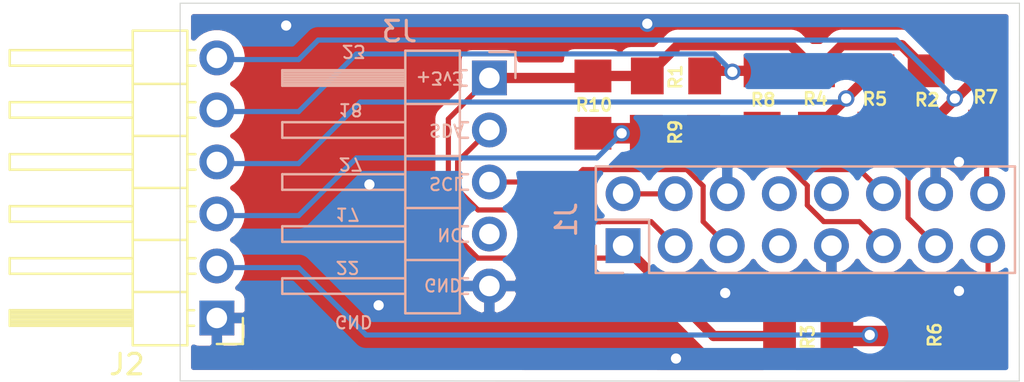
<source format=kicad_pcb>
(kicad_pcb (version 20171130) (host pcbnew "(5.1.7-0-10_14)")

  (general
    (thickness 1.6)
    (drawings 17)
    (tracks 101)
    (zones 0)
    (modules 13)
    (nets 20)
  )

  (page A4)
  (layers
    (0 F.Cu signal)
    (31 B.Cu signal)
    (32 B.Adhes user hide)
    (33 F.Adhes user hide)
    (34 B.Paste user hide)
    (35 F.Paste user hide)
    (36 B.SilkS user)
    (37 F.SilkS user)
    (38 B.Mask user hide)
    (39 F.Mask user hide)
    (40 Dwgs.User user hide)
    (41 Cmts.User user hide)
    (42 Eco1.User user hide)
    (43 Eco2.User user)
    (44 Edge.Cuts user)
    (45 Margin user hide)
    (46 B.CrtYd user hide)
    (47 F.CrtYd user hide)
    (48 B.Fab user hide)
    (49 F.Fab user hide)
  )

  (setup
    (last_trace_width 0.25)
    (user_trace_width 0.5)
    (user_trace_width 1)
    (trace_clearance 0.2)
    (zone_clearance 0.508)
    (zone_45_only no)
    (trace_min 0.1)
    (via_size 0.8)
    (via_drill 0.4)
    (via_min_size 0.4)
    (via_min_drill 0.3)
    (user_via 0.8 0.5)
    (uvia_size 0.3)
    (uvia_drill 0.1)
    (uvias_allowed no)
    (uvia_min_size 0.2)
    (uvia_min_drill 0.1)
    (edge_width 0.05)
    (segment_width 0.2)
    (pcb_text_width 0.3)
    (pcb_text_size 1.5 1.5)
    (mod_edge_width 0.12)
    (mod_text_size 1 1)
    (mod_text_width 0.15)
    (pad_size 1.524 1.524)
    (pad_drill 0.762)
    (pad_to_mask_clearance 0)
    (aux_axis_origin 0 0)
    (visible_elements FFFFFF7F)
    (pcbplotparams
      (layerselection 0x01000_ffffffff)
      (usegerberextensions false)
      (usegerberattributes true)
      (usegerberadvancedattributes true)
      (creategerberjobfile true)
      (excludeedgelayer true)
      (linewidth 0.100000)
      (plotframeref false)
      (viasonmask false)
      (mode 1)
      (useauxorigin false)
      (hpglpennumber 1)
      (hpglpenspeed 20)
      (hpglpendiameter 15.000000)
      (psnegative false)
      (psa4output false)
      (plotreference true)
      (plotvalue true)
      (plotinvisibletext false)
      (padsonsilk false)
      (subtractmaskfromsilk false)
      (outputformat 1)
      (mirror false)
      (drillshape 0)
      (scaleselection 1)
      (outputdirectory "Gerber/"))
  )

  (net 0 "")
  (net 1 18)
  (net 2 "Net-(J1-Pad13)")
  (net 3 "Net-(J1-Pad15)")
  (net 4 "Net-(J1-Pad12)")
  (net 5 "Net-(J1-Pad16)")
  (net 6 GND)
  (net 7 "Net-(J1-Pad11)")
  (net 8 "Net-(J1-Pad10)")
  (net 9 "Net-(J1-Pad8)")
  (net 10 "Net-(J1-Pad7)")
  (net 11 +5V)
  (net 12 +3V3)
  (net 13 27)
  (net 14 23)
  (net 15 22)
  (net 16 SCL)
  (net 17 SDA)
  (net 18 17)
  (net 19 "Net-(J3-Pad4)")

  (net_class Default "This is the default net class."
    (clearance 0.2)
    (trace_width 0.25)
    (via_dia 0.8)
    (via_drill 0.4)
    (uvia_dia 0.3)
    (uvia_drill 0.1)
    (add_net +3V3)
    (add_net +5V)
    (add_net 17)
    (add_net 18)
    (add_net 22)
    (add_net 23)
    (add_net 27)
    (add_net GND)
    (add_net "Net-(J1-Pad10)")
    (add_net "Net-(J1-Pad11)")
    (add_net "Net-(J1-Pad12)")
    (add_net "Net-(J1-Pad13)")
    (add_net "Net-(J1-Pad15)")
    (add_net "Net-(J1-Pad16)")
    (add_net "Net-(J1-Pad7)")
    (add_net "Net-(J1-Pad8)")
    (add_net "Net-(J3-Pad4)")
    (add_net SCL)
    (add_net SDA)
  )

  (module Capacitors:1206 (layer F.Cu) (tedit 605D9E20) (tstamp 606586BD)
    (at 110.1 104.05 270)
    (descr "GENERIC 3216 (1206) PACKAGE")
    (tags "GENERIC 3216 (1206) PACKAGE")
    (path /60638755)
    (attr smd)
    (fp_text reference R10 (at 0.02 -0.05) (layer F.SilkS)
      (effects (font (size 0.6096 0.6096) (thickness 0.127)))
    )
    (fp_text value 10k (at -0.11 1.6 90) (layer F.Fab)
      (effects (font (size 0.6096 0.6096) (thickness 0.127)))
    )
    (fp_line (start -0.96266 0.78486) (end 0.96266 0.78486) (layer Dwgs.User) (width 0.1016))
    (fp_line (start -0.96266 -0.78486) (end 0.96266 -0.78486) (layer Dwgs.User) (width 0.1016))
    (fp_line (start 2.39776 -1.09982) (end 2.39776 1.09982) (layer F.CrtYd) (width 0.0508))
    (fp_line (start -2.39776 1.09982) (end -2.39776 -1.09982) (layer F.CrtYd) (width 0.0508))
    (fp_line (start 2.39776 1.09982) (end -2.39776 1.09982) (layer F.CrtYd) (width 0.0508))
    (fp_line (start -2.39776 -1.09982) (end 2.39776 -1.09982) (layer F.CrtYd) (width 0.0508))
    (fp_line (start 0.94996 0.84836) (end 0.94996 -0.8509) (layer Dwgs.User) (width 0.06604))
    (fp_line (start 0.94996 -0.8509) (end 1.7018 -0.8509) (layer Dwgs.User) (width 0.06604))
    (fp_line (start 1.7018 0.84836) (end 1.7018 -0.8509) (layer Dwgs.User) (width 0.06604))
    (fp_line (start 0.94996 0.84836) (end 1.7018 0.84836) (layer Dwgs.User) (width 0.06604))
    (fp_line (start -1.7018 0.8509) (end -1.7018 -0.84836) (layer Dwgs.User) (width 0.06604))
    (fp_line (start -1.7018 -0.84836) (end -0.94996 -0.84836) (layer Dwgs.User) (width 0.06604))
    (fp_line (start -0.94996 0.8509) (end -0.94996 -0.84836) (layer Dwgs.User) (width 0.06604))
    (fp_line (start -1.7018 0.8509) (end -0.94996 0.8509) (layer Dwgs.User) (width 0.06604))
    (pad 2 smd rect (at 1.39954 0 270) (size 1.59766 1.79832) (layers F.Cu F.Paste F.Mask)
      (net 18 17) (solder_mask_margin 0.1016))
    (pad 1 smd rect (at -1.39954 0 270) (size 1.59766 1.79832) (layers F.Cu F.Paste F.Mask)
      (net 12 +3V3) (solder_mask_margin 0.1016))
  )

  (module Capacitors:1206 (layer F.Cu) (tedit 605D9E20) (tstamp 6063482D)
    (at 114.1 105.45)
    (descr "GENERIC 3216 (1206) PACKAGE")
    (tags "GENERIC 3216 (1206) PACKAGE")
    (path /6063776F)
    (attr smd)
    (fp_text reference R9 (at 0.02 -0.05 90) (layer F.SilkS)
      (effects (font (size 0.6096 0.6096) (thickness 0.127)))
    )
    (fp_text value 1k (at -0.11 1.6) (layer F.Fab)
      (effects (font (size 0.6096 0.6096) (thickness 0.127)))
    )
    (fp_line (start -0.96266 0.78486) (end 0.96266 0.78486) (layer Dwgs.User) (width 0.1016))
    (fp_line (start -0.96266 -0.78486) (end 0.96266 -0.78486) (layer Dwgs.User) (width 0.1016))
    (fp_line (start 2.39776 -1.09982) (end 2.39776 1.09982) (layer F.CrtYd) (width 0.0508))
    (fp_line (start -2.39776 1.09982) (end -2.39776 -1.09982) (layer F.CrtYd) (width 0.0508))
    (fp_line (start 2.39776 1.09982) (end -2.39776 1.09982) (layer F.CrtYd) (width 0.0508))
    (fp_line (start -2.39776 -1.09982) (end 2.39776 -1.09982) (layer F.CrtYd) (width 0.0508))
    (fp_line (start 0.94996 0.84836) (end 0.94996 -0.8509) (layer Dwgs.User) (width 0.06604))
    (fp_line (start 0.94996 -0.8509) (end 1.7018 -0.8509) (layer Dwgs.User) (width 0.06604))
    (fp_line (start 1.7018 0.84836) (end 1.7018 -0.8509) (layer Dwgs.User) (width 0.06604))
    (fp_line (start 0.94996 0.84836) (end 1.7018 0.84836) (layer Dwgs.User) (width 0.06604))
    (fp_line (start -1.7018 0.8509) (end -1.7018 -0.84836) (layer Dwgs.User) (width 0.06604))
    (fp_line (start -1.7018 -0.84836) (end -0.94996 -0.84836) (layer Dwgs.User) (width 0.06604))
    (fp_line (start -0.94996 0.8509) (end -0.94996 -0.84836) (layer Dwgs.User) (width 0.06604))
    (fp_line (start -1.7018 0.8509) (end -0.94996 0.8509) (layer Dwgs.User) (width 0.06604))
    (pad 2 smd rect (at 1.39954 0) (size 1.59766 1.79832) (layers F.Cu F.Paste F.Mask)
      (net 7 "Net-(J1-Pad11)") (solder_mask_margin 0.1016))
    (pad 1 smd rect (at -1.39954 0) (size 1.59766 1.79832) (layers F.Cu F.Paste F.Mask)
      (net 18 17) (solder_mask_margin 0.1016))
  )

  (module Capacitors:1206 (layer F.Cu) (tedit 605D9E20) (tstamp 605E165D)
    (at 118.35 103.8 270)
    (descr "GENERIC 3216 (1206) PACKAGE")
    (tags "GENERIC 3216 (1206) PACKAGE")
    (path /605E866C)
    (attr smd)
    (fp_text reference R8 (at 0.02 -0.05) (layer F.SilkS)
      (effects (font (size 0.6096 0.6096) (thickness 0.127)))
    )
    (fp_text value 1k (at -0.11 1.6 90) (layer F.Fab)
      (effects (font (size 0.6096 0.6096) (thickness 0.127)))
    )
    (fp_line (start -0.96266 0.78486) (end 0.96266 0.78486) (layer Dwgs.User) (width 0.1016))
    (fp_line (start -0.96266 -0.78486) (end 0.96266 -0.78486) (layer Dwgs.User) (width 0.1016))
    (fp_line (start 2.39776 -1.09982) (end 2.39776 1.09982) (layer F.CrtYd) (width 0.0508))
    (fp_line (start -2.39776 1.09982) (end -2.39776 -1.09982) (layer F.CrtYd) (width 0.0508))
    (fp_line (start 2.39776 1.09982) (end -2.39776 1.09982) (layer F.CrtYd) (width 0.0508))
    (fp_line (start -2.39776 -1.09982) (end 2.39776 -1.09982) (layer F.CrtYd) (width 0.0508))
    (fp_line (start 0.94996 0.84836) (end 0.94996 -0.8509) (layer Dwgs.User) (width 0.06604))
    (fp_line (start 0.94996 -0.8509) (end 1.7018 -0.8509) (layer Dwgs.User) (width 0.06604))
    (fp_line (start 1.7018 0.84836) (end 1.7018 -0.8509) (layer Dwgs.User) (width 0.06604))
    (fp_line (start 0.94996 0.84836) (end 1.7018 0.84836) (layer Dwgs.User) (width 0.06604))
    (fp_line (start -1.7018 0.8509) (end -1.7018 -0.84836) (layer Dwgs.User) (width 0.06604))
    (fp_line (start -1.7018 -0.84836) (end -0.94996 -0.84836) (layer Dwgs.User) (width 0.06604))
    (fp_line (start -0.94996 0.8509) (end -0.94996 -0.84836) (layer Dwgs.User) (width 0.06604))
    (fp_line (start -1.7018 0.8509) (end -0.94996 0.8509) (layer Dwgs.User) (width 0.06604))
    (pad 2 smd rect (at 1.39954 0 270) (size 1.59766 1.79832) (layers F.Cu F.Paste F.Mask)
      (net 4 "Net-(J1-Pad12)") (solder_mask_margin 0.1016))
    (pad 1 smd rect (at -1.39954 0 270) (size 1.59766 1.79832) (layers F.Cu F.Paste F.Mask)
      (net 1 18) (solder_mask_margin 0.1016))
  )

  (module Capacitors:1206 (layer F.Cu) (tedit 605D9E20) (tstamp 605D9A0C)
    (at 129.3 103.7 90)
    (descr "GENERIC 3216 (1206) PACKAGE")
    (tags "GENERIC 3216 (1206) PACKAGE")
    (path /605E797A)
    (attr smd)
    (fp_text reference R7 (at 0.02 -0.05) (layer F.SilkS)
      (effects (font (size 0.6096 0.6096) (thickness 0.127)))
    )
    (fp_text value 1k (at -0.11 1.6 90) (layer F.Fab)
      (effects (font (size 0.6096 0.6096) (thickness 0.127)))
    )
    (fp_line (start -0.96266 0.78486) (end 0.96266 0.78486) (layer Dwgs.User) (width 0.1016))
    (fp_line (start -0.96266 -0.78486) (end 0.96266 -0.78486) (layer Dwgs.User) (width 0.1016))
    (fp_line (start 2.39776 -1.09982) (end 2.39776 1.09982) (layer F.CrtYd) (width 0.0508))
    (fp_line (start -2.39776 1.09982) (end -2.39776 -1.09982) (layer F.CrtYd) (width 0.0508))
    (fp_line (start 2.39776 1.09982) (end -2.39776 1.09982) (layer F.CrtYd) (width 0.0508))
    (fp_line (start -2.39776 -1.09982) (end 2.39776 -1.09982) (layer F.CrtYd) (width 0.0508))
    (fp_line (start 0.94996 0.84836) (end 0.94996 -0.8509) (layer Dwgs.User) (width 0.06604))
    (fp_line (start 0.94996 -0.8509) (end 1.7018 -0.8509) (layer Dwgs.User) (width 0.06604))
    (fp_line (start 1.7018 0.84836) (end 1.7018 -0.8509) (layer Dwgs.User) (width 0.06604))
    (fp_line (start 0.94996 0.84836) (end 1.7018 0.84836) (layer Dwgs.User) (width 0.06604))
    (fp_line (start -1.7018 0.8509) (end -1.7018 -0.84836) (layer Dwgs.User) (width 0.06604))
    (fp_line (start -1.7018 -0.84836) (end -0.94996 -0.84836) (layer Dwgs.User) (width 0.06604))
    (fp_line (start -0.94996 0.8509) (end -0.94996 -0.84836) (layer Dwgs.User) (width 0.06604))
    (fp_line (start -1.7018 0.8509) (end -0.94996 0.8509) (layer Dwgs.User) (width 0.06604))
    (pad 2 smd rect (at 1.39954 0 90) (size 1.59766 1.79832) (layers F.Cu F.Paste F.Mask)
      (net 14 23) (solder_mask_margin 0.1016))
    (pad 1 smd rect (at -1.39954 0 90) (size 1.59766 1.79832) (layers F.Cu F.Paste F.Mask)
      (net 5 "Net-(J1-Pad16)") (solder_mask_margin 0.1016))
  )

  (module Capacitors:1206 (layer F.Cu) (tedit 605D9E20) (tstamp 605D99DC)
    (at 126.75 115.35)
    (descr "GENERIC 3216 (1206) PACKAGE")
    (tags "GENERIC 3216 (1206) PACKAGE")
    (path /605E3397)
    (attr smd)
    (fp_text reference R6 (at 0.02 -0.05 90) (layer F.SilkS)
      (effects (font (size 0.6096 0.6096) (thickness 0.127)))
    )
    (fp_text value 1k (at -0.11 1.6) (layer F.Fab)
      (effects (font (size 0.6096 0.6096) (thickness 0.127)))
    )
    (fp_line (start -0.96266 0.78486) (end 0.96266 0.78486) (layer Dwgs.User) (width 0.1016))
    (fp_line (start -0.96266 -0.78486) (end 0.96266 -0.78486) (layer Dwgs.User) (width 0.1016))
    (fp_line (start 2.39776 -1.09982) (end 2.39776 1.09982) (layer F.CrtYd) (width 0.0508))
    (fp_line (start -2.39776 1.09982) (end -2.39776 -1.09982) (layer F.CrtYd) (width 0.0508))
    (fp_line (start 2.39776 1.09982) (end -2.39776 1.09982) (layer F.CrtYd) (width 0.0508))
    (fp_line (start -2.39776 -1.09982) (end 2.39776 -1.09982) (layer F.CrtYd) (width 0.0508))
    (fp_line (start 0.94996 0.84836) (end 0.94996 -0.8509) (layer Dwgs.User) (width 0.06604))
    (fp_line (start 0.94996 -0.8509) (end 1.7018 -0.8509) (layer Dwgs.User) (width 0.06604))
    (fp_line (start 1.7018 0.84836) (end 1.7018 -0.8509) (layer Dwgs.User) (width 0.06604))
    (fp_line (start 0.94996 0.84836) (end 1.7018 0.84836) (layer Dwgs.User) (width 0.06604))
    (fp_line (start -1.7018 0.8509) (end -1.7018 -0.84836) (layer Dwgs.User) (width 0.06604))
    (fp_line (start -1.7018 -0.84836) (end -0.94996 -0.84836) (layer Dwgs.User) (width 0.06604))
    (fp_line (start -0.94996 0.8509) (end -0.94996 -0.84836) (layer Dwgs.User) (width 0.06604))
    (fp_line (start -1.7018 0.8509) (end -0.94996 0.8509) (layer Dwgs.User) (width 0.06604))
    (pad 2 smd rect (at 1.39954 0) (size 1.59766 1.79832) (layers F.Cu F.Paste F.Mask)
      (net 3 "Net-(J1-Pad15)") (solder_mask_margin 0.1016))
    (pad 1 smd rect (at -1.39954 0) (size 1.59766 1.79832) (layers F.Cu F.Paste F.Mask)
      (net 15 22) (solder_mask_margin 0.1016))
  )

  (module Capacitors:1206 (layer F.Cu) (tedit 605D9E20) (tstamp 605D99C4)
    (at 123.9 103.8 90)
    (descr "GENERIC 3216 (1206) PACKAGE")
    (tags "GENERIC 3216 (1206) PACKAGE")
    (path /605E6449)
    (attr smd)
    (fp_text reference R5 (at 0.02 -0.05) (layer F.SilkS)
      (effects (font (size 0.6096 0.6096) (thickness 0.127)))
    )
    (fp_text value 1k (at -0.11 1.6 90) (layer F.Fab)
      (effects (font (size 0.6096 0.6096) (thickness 0.127)))
    )
    (fp_line (start -0.96266 0.78486) (end 0.96266 0.78486) (layer Dwgs.User) (width 0.1016))
    (fp_line (start -0.96266 -0.78486) (end 0.96266 -0.78486) (layer Dwgs.User) (width 0.1016))
    (fp_line (start 2.39776 -1.09982) (end 2.39776 1.09982) (layer F.CrtYd) (width 0.0508))
    (fp_line (start -2.39776 1.09982) (end -2.39776 -1.09982) (layer F.CrtYd) (width 0.0508))
    (fp_line (start 2.39776 1.09982) (end -2.39776 1.09982) (layer F.CrtYd) (width 0.0508))
    (fp_line (start -2.39776 -1.09982) (end 2.39776 -1.09982) (layer F.CrtYd) (width 0.0508))
    (fp_line (start 0.94996 0.84836) (end 0.94996 -0.8509) (layer Dwgs.User) (width 0.06604))
    (fp_line (start 0.94996 -0.8509) (end 1.7018 -0.8509) (layer Dwgs.User) (width 0.06604))
    (fp_line (start 1.7018 0.84836) (end 1.7018 -0.8509) (layer Dwgs.User) (width 0.06604))
    (fp_line (start 0.94996 0.84836) (end 1.7018 0.84836) (layer Dwgs.User) (width 0.06604))
    (fp_line (start -1.7018 0.8509) (end -1.7018 -0.84836) (layer Dwgs.User) (width 0.06604))
    (fp_line (start -1.7018 -0.84836) (end -0.94996 -0.84836) (layer Dwgs.User) (width 0.06604))
    (fp_line (start -0.94996 0.8509) (end -0.94996 -0.84836) (layer Dwgs.User) (width 0.06604))
    (fp_line (start -1.7018 0.8509) (end -0.94996 0.8509) (layer Dwgs.User) (width 0.06604))
    (pad 2 smd rect (at 1.39954 0 90) (size 1.59766 1.79832) (layers F.Cu F.Paste F.Mask)
      (net 13 27) (solder_mask_margin 0.1016))
    (pad 1 smd rect (at -1.39954 0 90) (size 1.59766 1.79832) (layers F.Cu F.Paste F.Mask)
      (net 2 "Net-(J1-Pad13)") (solder_mask_margin 0.1016))
  )

  (module Capacitors:1206 (layer F.Cu) (tedit 605D9E20) (tstamp 605D99AC)
    (at 121 103.8 90)
    (descr "GENERIC 3216 (1206) PACKAGE")
    (tags "GENERIC 3216 (1206) PACKAGE")
    (path /605E957C)
    (attr smd)
    (fp_text reference R4 (at 0.02 -0.05) (layer F.SilkS)
      (effects (font (size 0.6096 0.6096) (thickness 0.127)))
    )
    (fp_text value 10k (at -0.11 1.6 90) (layer F.Fab)
      (effects (font (size 0.6096 0.6096) (thickness 0.127)))
    )
    (fp_line (start -0.96266 0.78486) (end 0.96266 0.78486) (layer Dwgs.User) (width 0.1016))
    (fp_line (start -0.96266 -0.78486) (end 0.96266 -0.78486) (layer Dwgs.User) (width 0.1016))
    (fp_line (start 2.39776 -1.09982) (end 2.39776 1.09982) (layer F.CrtYd) (width 0.0508))
    (fp_line (start -2.39776 1.09982) (end -2.39776 -1.09982) (layer F.CrtYd) (width 0.0508))
    (fp_line (start 2.39776 1.09982) (end -2.39776 1.09982) (layer F.CrtYd) (width 0.0508))
    (fp_line (start -2.39776 -1.09982) (end 2.39776 -1.09982) (layer F.CrtYd) (width 0.0508))
    (fp_line (start 0.94996 0.84836) (end 0.94996 -0.8509) (layer Dwgs.User) (width 0.06604))
    (fp_line (start 0.94996 -0.8509) (end 1.7018 -0.8509) (layer Dwgs.User) (width 0.06604))
    (fp_line (start 1.7018 0.84836) (end 1.7018 -0.8509) (layer Dwgs.User) (width 0.06604))
    (fp_line (start 0.94996 0.84836) (end 1.7018 0.84836) (layer Dwgs.User) (width 0.06604))
    (fp_line (start -1.7018 0.8509) (end -1.7018 -0.84836) (layer Dwgs.User) (width 0.06604))
    (fp_line (start -1.7018 -0.84836) (end -0.94996 -0.84836) (layer Dwgs.User) (width 0.06604))
    (fp_line (start -0.94996 0.8509) (end -0.94996 -0.84836) (layer Dwgs.User) (width 0.06604))
    (fp_line (start -1.7018 0.8509) (end -0.94996 0.8509) (layer Dwgs.User) (width 0.06604))
    (pad 2 smd rect (at 1.39954 0 90) (size 1.59766 1.79832) (layers F.Cu F.Paste F.Mask)
      (net 12 +3V3) (solder_mask_margin 0.1016))
    (pad 1 smd rect (at -1.39954 0 90) (size 1.59766 1.79832) (layers F.Cu F.Paste F.Mask)
      (net 13 27) (solder_mask_margin 0.1016))
  )

  (module Capacitors:1206 (layer F.Cu) (tedit 605D9E20) (tstamp 605E0D18)
    (at 120.6 115.35 180)
    (descr "GENERIC 3216 (1206) PACKAGE")
    (tags "GENERIC 3216 (1206) PACKAGE")
    (path /60608220)
    (attr smd)
    (fp_text reference R3 (at 0.02 -0.05 90) (layer F.SilkS)
      (effects (font (size 0.6096 0.6096) (thickness 0.127)))
    )
    (fp_text value 10k (at -0.11 1.6) (layer F.Fab)
      (effects (font (size 0.6096 0.6096) (thickness 0.127)))
    )
    (fp_line (start -0.96266 0.78486) (end 0.96266 0.78486) (layer Dwgs.User) (width 0.1016))
    (fp_line (start -0.96266 -0.78486) (end 0.96266 -0.78486) (layer Dwgs.User) (width 0.1016))
    (fp_line (start 2.39776 -1.09982) (end 2.39776 1.09982) (layer F.CrtYd) (width 0.0508))
    (fp_line (start -2.39776 1.09982) (end -2.39776 -1.09982) (layer F.CrtYd) (width 0.0508))
    (fp_line (start 2.39776 1.09982) (end -2.39776 1.09982) (layer F.CrtYd) (width 0.0508))
    (fp_line (start -2.39776 -1.09982) (end 2.39776 -1.09982) (layer F.CrtYd) (width 0.0508))
    (fp_line (start 0.94996 0.84836) (end 0.94996 -0.8509) (layer Dwgs.User) (width 0.06604))
    (fp_line (start 0.94996 -0.8509) (end 1.7018 -0.8509) (layer Dwgs.User) (width 0.06604))
    (fp_line (start 1.7018 0.84836) (end 1.7018 -0.8509) (layer Dwgs.User) (width 0.06604))
    (fp_line (start 0.94996 0.84836) (end 1.7018 0.84836) (layer Dwgs.User) (width 0.06604))
    (fp_line (start -1.7018 0.8509) (end -1.7018 -0.84836) (layer Dwgs.User) (width 0.06604))
    (fp_line (start -1.7018 -0.84836) (end -0.94996 -0.84836) (layer Dwgs.User) (width 0.06604))
    (fp_line (start -0.94996 0.8509) (end -0.94996 -0.84836) (layer Dwgs.User) (width 0.06604))
    (fp_line (start -1.7018 0.8509) (end -0.94996 0.8509) (layer Dwgs.User) (width 0.06604))
    (pad 2 smd rect (at 1.39954 0 180) (size 1.59766 1.79832) (layers F.Cu F.Paste F.Mask)
      (net 12 +3V3) (solder_mask_margin 0.1016))
    (pad 1 smd rect (at -1.39954 0 180) (size 1.59766 1.79832) (layers F.Cu F.Paste F.Mask)
      (net 15 22) (solder_mask_margin 0.1016))
  )

  (module Capacitors:1206 (layer F.Cu) (tedit 605D9E20) (tstamp 605E0D48)
    (at 126.35 103.8 270)
    (descr "GENERIC 3216 (1206) PACKAGE")
    (tags "GENERIC 3216 (1206) PACKAGE")
    (path /6060B6BC)
    (attr smd)
    (fp_text reference R2 (at 0.02 -0.05) (layer F.SilkS)
      (effects (font (size 0.6096 0.6096) (thickness 0.127)))
    )
    (fp_text value 10k (at -0.11 1.6 90) (layer F.Fab)
      (effects (font (size 0.6096 0.6096) (thickness 0.127)))
    )
    (fp_line (start -0.96266 0.78486) (end 0.96266 0.78486) (layer Dwgs.User) (width 0.1016))
    (fp_line (start -0.96266 -0.78486) (end 0.96266 -0.78486) (layer Dwgs.User) (width 0.1016))
    (fp_line (start 2.39776 -1.09982) (end 2.39776 1.09982) (layer F.CrtYd) (width 0.0508))
    (fp_line (start -2.39776 1.09982) (end -2.39776 -1.09982) (layer F.CrtYd) (width 0.0508))
    (fp_line (start 2.39776 1.09982) (end -2.39776 1.09982) (layer F.CrtYd) (width 0.0508))
    (fp_line (start -2.39776 -1.09982) (end 2.39776 -1.09982) (layer F.CrtYd) (width 0.0508))
    (fp_line (start 0.94996 0.84836) (end 0.94996 -0.8509) (layer Dwgs.User) (width 0.06604))
    (fp_line (start 0.94996 -0.8509) (end 1.7018 -0.8509) (layer Dwgs.User) (width 0.06604))
    (fp_line (start 1.7018 0.84836) (end 1.7018 -0.8509) (layer Dwgs.User) (width 0.06604))
    (fp_line (start 0.94996 0.84836) (end 1.7018 0.84836) (layer Dwgs.User) (width 0.06604))
    (fp_line (start -1.7018 0.8509) (end -1.7018 -0.84836) (layer Dwgs.User) (width 0.06604))
    (fp_line (start -1.7018 -0.84836) (end -0.94996 -0.84836) (layer Dwgs.User) (width 0.06604))
    (fp_line (start -0.94996 0.8509) (end -0.94996 -0.84836) (layer Dwgs.User) (width 0.06604))
    (fp_line (start -1.7018 0.8509) (end -0.94996 0.8509) (layer Dwgs.User) (width 0.06604))
    (pad 2 smd rect (at 1.39954 0 270) (size 1.59766 1.79832) (layers F.Cu F.Paste F.Mask)
      (net 14 23) (solder_mask_margin 0.1016))
    (pad 1 smd rect (at -1.39954 0 270) (size 1.59766 1.79832) (layers F.Cu F.Paste F.Mask)
      (net 12 +3V3) (solder_mask_margin 0.1016))
  )

  (module Capacitors:1206 (layer F.Cu) (tedit 605D9E20) (tstamp 605E0D30)
    (at 114.15 102.65 180)
    (descr "GENERIC 3216 (1206) PACKAGE")
    (tags "GENERIC 3216 (1206) PACKAGE")
    (path /6060E61E)
    (attr smd)
    (fp_text reference R1 (at 0.02 -0.05 90) (layer F.SilkS)
      (effects (font (size 0.6096 0.6096) (thickness 0.127)))
    )
    (fp_text value 10k (at -0.11 1.6) (layer F.Fab)
      (effects (font (size 0.6096 0.6096) (thickness 0.127)))
    )
    (fp_line (start -0.96266 0.78486) (end 0.96266 0.78486) (layer Dwgs.User) (width 0.1016))
    (fp_line (start -0.96266 -0.78486) (end 0.96266 -0.78486) (layer Dwgs.User) (width 0.1016))
    (fp_line (start 2.39776 -1.09982) (end 2.39776 1.09982) (layer F.CrtYd) (width 0.0508))
    (fp_line (start -2.39776 1.09982) (end -2.39776 -1.09982) (layer F.CrtYd) (width 0.0508))
    (fp_line (start 2.39776 1.09982) (end -2.39776 1.09982) (layer F.CrtYd) (width 0.0508))
    (fp_line (start -2.39776 -1.09982) (end 2.39776 -1.09982) (layer F.CrtYd) (width 0.0508))
    (fp_line (start 0.94996 0.84836) (end 0.94996 -0.8509) (layer Dwgs.User) (width 0.06604))
    (fp_line (start 0.94996 -0.8509) (end 1.7018 -0.8509) (layer Dwgs.User) (width 0.06604))
    (fp_line (start 1.7018 0.84836) (end 1.7018 -0.8509) (layer Dwgs.User) (width 0.06604))
    (fp_line (start 0.94996 0.84836) (end 1.7018 0.84836) (layer Dwgs.User) (width 0.06604))
    (fp_line (start -1.7018 0.8509) (end -1.7018 -0.84836) (layer Dwgs.User) (width 0.06604))
    (fp_line (start -1.7018 -0.84836) (end -0.94996 -0.84836) (layer Dwgs.User) (width 0.06604))
    (fp_line (start -0.94996 0.8509) (end -0.94996 -0.84836) (layer Dwgs.User) (width 0.06604))
    (fp_line (start -1.7018 0.8509) (end -0.94996 0.8509) (layer Dwgs.User) (width 0.06604))
    (pad 2 smd rect (at 1.39954 0 180) (size 1.59766 1.79832) (layers F.Cu F.Paste F.Mask)
      (net 12 +3V3) (solder_mask_margin 0.1016))
    (pad 1 smd rect (at -1.39954 0 180) (size 1.59766 1.79832) (layers F.Cu F.Paste F.Mask)
      (net 1 18) (solder_mask_margin 0.1016))
  )

  (module Connector_PinHeader_2.54mm:PinHeader_1x05_P2.54mm_Horizontal (layer B.Cu) (tedit 59FED5CB) (tstamp 60636A4D)
    (at 105.05 102.75 180)
    (descr "Through hole angled pin header, 1x05, 2.54mm pitch, 6mm pin length, single row")
    (tags "Through hole angled pin header THT 1x05 2.54mm single row")
    (path /60634E94)
    (fp_text reference J3 (at 4.385 2.27) (layer B.SilkS)
      (effects (font (size 1 1) (thickness 0.15)) (justify mirror))
    )
    (fp_text value Conn_01x05 (at 4.385 -12.43) (layer B.Fab)
      (effects (font (size 1 1) (thickness 0.15)) (justify mirror))
    )
    (fp_line (start 10.55 1.8) (end -1.8 1.8) (layer B.CrtYd) (width 0.05))
    (fp_line (start 10.55 -11.95) (end 10.55 1.8) (layer B.CrtYd) (width 0.05))
    (fp_line (start -1.8 -11.95) (end 10.55 -11.95) (layer B.CrtYd) (width 0.05))
    (fp_line (start -1.8 1.8) (end -1.8 -11.95) (layer B.CrtYd) (width 0.05))
    (fp_line (start -1.27 1.27) (end 0 1.27) (layer B.SilkS) (width 0.12))
    (fp_line (start -1.27 0) (end -1.27 1.27) (layer B.SilkS) (width 0.12))
    (fp_line (start 1.042929 -10.54) (end 1.44 -10.54) (layer B.SilkS) (width 0.12))
    (fp_line (start 1.042929 -9.78) (end 1.44 -9.78) (layer B.SilkS) (width 0.12))
    (fp_line (start 10.1 -10.54) (end 4.1 -10.54) (layer B.SilkS) (width 0.12))
    (fp_line (start 10.1 -9.78) (end 10.1 -10.54) (layer B.SilkS) (width 0.12))
    (fp_line (start 4.1 -9.78) (end 10.1 -9.78) (layer B.SilkS) (width 0.12))
    (fp_line (start 1.44 -8.89) (end 4.1 -8.89) (layer B.SilkS) (width 0.12))
    (fp_line (start 1.042929 -8) (end 1.44 -8) (layer B.SilkS) (width 0.12))
    (fp_line (start 1.042929 -7.24) (end 1.44 -7.24) (layer B.SilkS) (width 0.12))
    (fp_line (start 10.1 -8) (end 4.1 -8) (layer B.SilkS) (width 0.12))
    (fp_line (start 10.1 -7.24) (end 10.1 -8) (layer B.SilkS) (width 0.12))
    (fp_line (start 4.1 -7.24) (end 10.1 -7.24) (layer B.SilkS) (width 0.12))
    (fp_line (start 1.44 -6.35) (end 4.1 -6.35) (layer B.SilkS) (width 0.12))
    (fp_line (start 1.042929 -5.46) (end 1.44 -5.46) (layer B.SilkS) (width 0.12))
    (fp_line (start 1.042929 -4.7) (end 1.44 -4.7) (layer B.SilkS) (width 0.12))
    (fp_line (start 10.1 -5.46) (end 4.1 -5.46) (layer B.SilkS) (width 0.12))
    (fp_line (start 10.1 -4.7) (end 10.1 -5.46) (layer B.SilkS) (width 0.12))
    (fp_line (start 4.1 -4.7) (end 10.1 -4.7) (layer B.SilkS) (width 0.12))
    (fp_line (start 1.44 -3.81) (end 4.1 -3.81) (layer B.SilkS) (width 0.12))
    (fp_line (start 1.042929 -2.92) (end 1.44 -2.92) (layer B.SilkS) (width 0.12))
    (fp_line (start 1.042929 -2.16) (end 1.44 -2.16) (layer B.SilkS) (width 0.12))
    (fp_line (start 10.1 -2.92) (end 4.1 -2.92) (layer B.SilkS) (width 0.12))
    (fp_line (start 10.1 -2.16) (end 10.1 -2.92) (layer B.SilkS) (width 0.12))
    (fp_line (start 4.1 -2.16) (end 10.1 -2.16) (layer B.SilkS) (width 0.12))
    (fp_line (start 1.44 -1.27) (end 4.1 -1.27) (layer B.SilkS) (width 0.12))
    (fp_line (start 1.11 -0.38) (end 1.44 -0.38) (layer B.SilkS) (width 0.12))
    (fp_line (start 1.11 0.38) (end 1.44 0.38) (layer B.SilkS) (width 0.12))
    (fp_line (start 4.1 -0.28) (end 10.1 -0.28) (layer B.SilkS) (width 0.12))
    (fp_line (start 4.1 -0.16) (end 10.1 -0.16) (layer B.SilkS) (width 0.12))
    (fp_line (start 4.1 -0.04) (end 10.1 -0.04) (layer B.SilkS) (width 0.12))
    (fp_line (start 4.1 0.08) (end 10.1 0.08) (layer B.SilkS) (width 0.12))
    (fp_line (start 4.1 0.2) (end 10.1 0.2) (layer B.SilkS) (width 0.12))
    (fp_line (start 4.1 0.32) (end 10.1 0.32) (layer B.SilkS) (width 0.12))
    (fp_line (start 10.1 -0.38) (end 4.1 -0.38) (layer B.SilkS) (width 0.12))
    (fp_line (start 10.1 0.38) (end 10.1 -0.38) (layer B.SilkS) (width 0.12))
    (fp_line (start 4.1 0.38) (end 10.1 0.38) (layer B.SilkS) (width 0.12))
    (fp_line (start 4.1 1.33) (end 1.44 1.33) (layer B.SilkS) (width 0.12))
    (fp_line (start 4.1 -11.49) (end 4.1 1.33) (layer B.SilkS) (width 0.12))
    (fp_line (start 1.44 -11.49) (end 4.1 -11.49) (layer B.SilkS) (width 0.12))
    (fp_line (start 1.44 1.33) (end 1.44 -11.49) (layer B.SilkS) (width 0.12))
    (fp_line (start 4.04 -10.48) (end 10.04 -10.48) (layer B.Fab) (width 0.1))
    (fp_line (start 10.04 -9.84) (end 10.04 -10.48) (layer B.Fab) (width 0.1))
    (fp_line (start 4.04 -9.84) (end 10.04 -9.84) (layer B.Fab) (width 0.1))
    (fp_line (start -0.32 -10.48) (end 1.5 -10.48) (layer B.Fab) (width 0.1))
    (fp_line (start -0.32 -9.84) (end -0.32 -10.48) (layer B.Fab) (width 0.1))
    (fp_line (start -0.32 -9.84) (end 1.5 -9.84) (layer B.Fab) (width 0.1))
    (fp_line (start 4.04 -7.94) (end 10.04 -7.94) (layer B.Fab) (width 0.1))
    (fp_line (start 10.04 -7.3) (end 10.04 -7.94) (layer B.Fab) (width 0.1))
    (fp_line (start 4.04 -7.3) (end 10.04 -7.3) (layer B.Fab) (width 0.1))
    (fp_line (start -0.32 -7.94) (end 1.5 -7.94) (layer B.Fab) (width 0.1))
    (fp_line (start -0.32 -7.3) (end -0.32 -7.94) (layer B.Fab) (width 0.1))
    (fp_line (start -0.32 -7.3) (end 1.5 -7.3) (layer B.Fab) (width 0.1))
    (fp_line (start 4.04 -5.4) (end 10.04 -5.4) (layer B.Fab) (width 0.1))
    (fp_line (start 10.04 -4.76) (end 10.04 -5.4) (layer B.Fab) (width 0.1))
    (fp_line (start 4.04 -4.76) (end 10.04 -4.76) (layer B.Fab) (width 0.1))
    (fp_line (start -0.32 -5.4) (end 1.5 -5.4) (layer B.Fab) (width 0.1))
    (fp_line (start -0.32 -4.76) (end -0.32 -5.4) (layer B.Fab) (width 0.1))
    (fp_line (start -0.32 -4.76) (end 1.5 -4.76) (layer B.Fab) (width 0.1))
    (fp_line (start 4.04 -2.86) (end 10.04 -2.86) (layer B.Fab) (width 0.1))
    (fp_line (start 10.04 -2.22) (end 10.04 -2.86) (layer B.Fab) (width 0.1))
    (fp_line (start 4.04 -2.22) (end 10.04 -2.22) (layer B.Fab) (width 0.1))
    (fp_line (start -0.32 -2.86) (end 1.5 -2.86) (layer B.Fab) (width 0.1))
    (fp_line (start -0.32 -2.22) (end -0.32 -2.86) (layer B.Fab) (width 0.1))
    (fp_line (start -0.32 -2.22) (end 1.5 -2.22) (layer B.Fab) (width 0.1))
    (fp_line (start 4.04 -0.32) (end 10.04 -0.32) (layer B.Fab) (width 0.1))
    (fp_line (start 10.04 0.32) (end 10.04 -0.32) (layer B.Fab) (width 0.1))
    (fp_line (start 4.04 0.32) (end 10.04 0.32) (layer B.Fab) (width 0.1))
    (fp_line (start -0.32 -0.32) (end 1.5 -0.32) (layer B.Fab) (width 0.1))
    (fp_line (start -0.32 0.32) (end -0.32 -0.32) (layer B.Fab) (width 0.1))
    (fp_line (start -0.32 0.32) (end 1.5 0.32) (layer B.Fab) (width 0.1))
    (fp_line (start 1.5 0.635) (end 2.135 1.27) (layer B.Fab) (width 0.1))
    (fp_line (start 1.5 -11.43) (end 1.5 0.635) (layer B.Fab) (width 0.1))
    (fp_line (start 4.04 -11.43) (end 1.5 -11.43) (layer B.Fab) (width 0.1))
    (fp_line (start 4.04 1.27) (end 4.04 -11.43) (layer B.Fab) (width 0.1))
    (fp_line (start 2.135 1.27) (end 4.04 1.27) (layer B.Fab) (width 0.1))
    (fp_text user %R (at 2.77 -5.08 270) (layer B.Fab)
      (effects (font (size 1 1) (thickness 0.15)) (justify mirror))
    )
    (pad 5 thru_hole oval (at 0 -10.16 180) (size 1.7 1.7) (drill 1) (layers *.Cu *.Mask)
      (net 6 GND))
    (pad 4 thru_hole oval (at 0 -7.62 180) (size 1.7 1.7) (drill 1) (layers *.Cu *.Mask)
      (net 19 "Net-(J3-Pad4)"))
    (pad 3 thru_hole oval (at 0 -5.08 180) (size 1.7 1.7) (drill 1) (layers *.Cu *.Mask)
      (net 16 SCL))
    (pad 2 thru_hole oval (at 0 -2.54 180) (size 1.7 1.7) (drill 1) (layers *.Cu *.Mask)
      (net 17 SDA))
    (pad 1 thru_hole rect (at 0 0 180) (size 1.7 1.7) (drill 1) (layers *.Cu *.Mask)
      (net 12 +3V3))
    (model ${KISYS3DMOD}/Connector_PinHeader_2.54mm.3dshapes/PinHeader_1x05_P2.54mm_Horizontal.wrl
      (at (xyz 0 0 0))
      (scale (xyz 1 1 1))
      (rotate (xyz 0 0 0))
    )
  )

  (module Connector_PinHeader_2.54mm:PinHeader_1x06_P2.54mm_Horizontal (layer F.Cu) (tedit 59FED5CB) (tstamp 606368A7)
    (at 91.76 114.47 180)
    (descr "Through hole angled pin header, 1x06, 2.54mm pitch, 6mm pin length, single row")
    (tags "Through hole angled pin header THT 1x06 2.54mm single row")
    (path /605F06F4)
    (fp_text reference J2 (at 4.385 -2.27) (layer F.SilkS)
      (effects (font (size 1 1) (thickness 0.15)))
    )
    (fp_text value Conn_01x05 (at 4.385 14.97) (layer F.Fab)
      (effects (font (size 1 1) (thickness 0.15)))
    )
    (fp_line (start 10.55 -1.8) (end -1.8 -1.8) (layer F.CrtYd) (width 0.05))
    (fp_line (start 10.55 14.5) (end 10.55 -1.8) (layer F.CrtYd) (width 0.05))
    (fp_line (start -1.8 14.5) (end 10.55 14.5) (layer F.CrtYd) (width 0.05))
    (fp_line (start -1.8 -1.8) (end -1.8 14.5) (layer F.CrtYd) (width 0.05))
    (fp_line (start -1.27 -1.27) (end 0 -1.27) (layer F.SilkS) (width 0.12))
    (fp_line (start -1.27 0) (end -1.27 -1.27) (layer F.SilkS) (width 0.12))
    (fp_line (start 1.042929 13.08) (end 1.44 13.08) (layer F.SilkS) (width 0.12))
    (fp_line (start 1.042929 12.32) (end 1.44 12.32) (layer F.SilkS) (width 0.12))
    (fp_line (start 10.1 13.08) (end 4.1 13.08) (layer F.SilkS) (width 0.12))
    (fp_line (start 10.1 12.32) (end 10.1 13.08) (layer F.SilkS) (width 0.12))
    (fp_line (start 4.1 12.32) (end 10.1 12.32) (layer F.SilkS) (width 0.12))
    (fp_line (start 1.44 11.43) (end 4.1 11.43) (layer F.SilkS) (width 0.12))
    (fp_line (start 1.042929 10.54) (end 1.44 10.54) (layer F.SilkS) (width 0.12))
    (fp_line (start 1.042929 9.78) (end 1.44 9.78) (layer F.SilkS) (width 0.12))
    (fp_line (start 10.1 10.54) (end 4.1 10.54) (layer F.SilkS) (width 0.12))
    (fp_line (start 10.1 9.78) (end 10.1 10.54) (layer F.SilkS) (width 0.12))
    (fp_line (start 4.1 9.78) (end 10.1 9.78) (layer F.SilkS) (width 0.12))
    (fp_line (start 1.44 8.89) (end 4.1 8.89) (layer F.SilkS) (width 0.12))
    (fp_line (start 1.042929 8) (end 1.44 8) (layer F.SilkS) (width 0.12))
    (fp_line (start 1.042929 7.24) (end 1.44 7.24) (layer F.SilkS) (width 0.12))
    (fp_line (start 10.1 8) (end 4.1 8) (layer F.SilkS) (width 0.12))
    (fp_line (start 10.1 7.24) (end 10.1 8) (layer F.SilkS) (width 0.12))
    (fp_line (start 4.1 7.24) (end 10.1 7.24) (layer F.SilkS) (width 0.12))
    (fp_line (start 1.44 6.35) (end 4.1 6.35) (layer F.SilkS) (width 0.12))
    (fp_line (start 1.042929 5.46) (end 1.44 5.46) (layer F.SilkS) (width 0.12))
    (fp_line (start 1.042929 4.7) (end 1.44 4.7) (layer F.SilkS) (width 0.12))
    (fp_line (start 10.1 5.46) (end 4.1 5.46) (layer F.SilkS) (width 0.12))
    (fp_line (start 10.1 4.7) (end 10.1 5.46) (layer F.SilkS) (width 0.12))
    (fp_line (start 4.1 4.7) (end 10.1 4.7) (layer F.SilkS) (width 0.12))
    (fp_line (start 1.44 3.81) (end 4.1 3.81) (layer F.SilkS) (width 0.12))
    (fp_line (start 1.042929 2.92) (end 1.44 2.92) (layer F.SilkS) (width 0.12))
    (fp_line (start 1.042929 2.16) (end 1.44 2.16) (layer F.SilkS) (width 0.12))
    (fp_line (start 10.1 2.92) (end 4.1 2.92) (layer F.SilkS) (width 0.12))
    (fp_line (start 10.1 2.16) (end 10.1 2.92) (layer F.SilkS) (width 0.12))
    (fp_line (start 4.1 2.16) (end 10.1 2.16) (layer F.SilkS) (width 0.12))
    (fp_line (start 1.44 1.27) (end 4.1 1.27) (layer F.SilkS) (width 0.12))
    (fp_line (start 1.11 0.38) (end 1.44 0.38) (layer F.SilkS) (width 0.12))
    (fp_line (start 1.11 -0.38) (end 1.44 -0.38) (layer F.SilkS) (width 0.12))
    (fp_line (start 4.1 0.28) (end 10.1 0.28) (layer F.SilkS) (width 0.12))
    (fp_line (start 4.1 0.16) (end 10.1 0.16) (layer F.SilkS) (width 0.12))
    (fp_line (start 4.1 0.04) (end 10.1 0.04) (layer F.SilkS) (width 0.12))
    (fp_line (start 4.1 -0.08) (end 10.1 -0.08) (layer F.SilkS) (width 0.12))
    (fp_line (start 4.1 -0.2) (end 10.1 -0.2) (layer F.SilkS) (width 0.12))
    (fp_line (start 4.1 -0.32) (end 10.1 -0.32) (layer F.SilkS) (width 0.12))
    (fp_line (start 10.1 0.38) (end 4.1 0.38) (layer F.SilkS) (width 0.12))
    (fp_line (start 10.1 -0.38) (end 10.1 0.38) (layer F.SilkS) (width 0.12))
    (fp_line (start 4.1 -0.38) (end 10.1 -0.38) (layer F.SilkS) (width 0.12))
    (fp_line (start 4.1 -1.33) (end 1.44 -1.33) (layer F.SilkS) (width 0.12))
    (fp_line (start 4.1 14.03) (end 4.1 -1.33) (layer F.SilkS) (width 0.12))
    (fp_line (start 1.44 14.03) (end 4.1 14.03) (layer F.SilkS) (width 0.12))
    (fp_line (start 1.44 -1.33) (end 1.44 14.03) (layer F.SilkS) (width 0.12))
    (fp_line (start 4.04 13.02) (end 10.04 13.02) (layer F.Fab) (width 0.1))
    (fp_line (start 10.04 12.38) (end 10.04 13.02) (layer F.Fab) (width 0.1))
    (fp_line (start 4.04 12.38) (end 10.04 12.38) (layer F.Fab) (width 0.1))
    (fp_line (start -0.32 13.02) (end 1.5 13.02) (layer F.Fab) (width 0.1))
    (fp_line (start -0.32 12.38) (end -0.32 13.02) (layer F.Fab) (width 0.1))
    (fp_line (start -0.32 12.38) (end 1.5 12.38) (layer F.Fab) (width 0.1))
    (fp_line (start 4.04 10.48) (end 10.04 10.48) (layer F.Fab) (width 0.1))
    (fp_line (start 10.04 9.84) (end 10.04 10.48) (layer F.Fab) (width 0.1))
    (fp_line (start 4.04 9.84) (end 10.04 9.84) (layer F.Fab) (width 0.1))
    (fp_line (start -0.32 10.48) (end 1.5 10.48) (layer F.Fab) (width 0.1))
    (fp_line (start -0.32 9.84) (end -0.32 10.48) (layer F.Fab) (width 0.1))
    (fp_line (start -0.32 9.84) (end 1.5 9.84) (layer F.Fab) (width 0.1))
    (fp_line (start 4.04 7.94) (end 10.04 7.94) (layer F.Fab) (width 0.1))
    (fp_line (start 10.04 7.3) (end 10.04 7.94) (layer F.Fab) (width 0.1))
    (fp_line (start 4.04 7.3) (end 10.04 7.3) (layer F.Fab) (width 0.1))
    (fp_line (start -0.32 7.94) (end 1.5 7.94) (layer F.Fab) (width 0.1))
    (fp_line (start -0.32 7.3) (end -0.32 7.94) (layer F.Fab) (width 0.1))
    (fp_line (start -0.32 7.3) (end 1.5 7.3) (layer F.Fab) (width 0.1))
    (fp_line (start 4.04 5.4) (end 10.04 5.4) (layer F.Fab) (width 0.1))
    (fp_line (start 10.04 4.76) (end 10.04 5.4) (layer F.Fab) (width 0.1))
    (fp_line (start 4.04 4.76) (end 10.04 4.76) (layer F.Fab) (width 0.1))
    (fp_line (start -0.32 5.4) (end 1.5 5.4) (layer F.Fab) (width 0.1))
    (fp_line (start -0.32 4.76) (end -0.32 5.4) (layer F.Fab) (width 0.1))
    (fp_line (start -0.32 4.76) (end 1.5 4.76) (layer F.Fab) (width 0.1))
    (fp_line (start 4.04 2.86) (end 10.04 2.86) (layer F.Fab) (width 0.1))
    (fp_line (start 10.04 2.22) (end 10.04 2.86) (layer F.Fab) (width 0.1))
    (fp_line (start 4.04 2.22) (end 10.04 2.22) (layer F.Fab) (width 0.1))
    (fp_line (start -0.32 2.86) (end 1.5 2.86) (layer F.Fab) (width 0.1))
    (fp_line (start -0.32 2.22) (end -0.32 2.86) (layer F.Fab) (width 0.1))
    (fp_line (start -0.32 2.22) (end 1.5 2.22) (layer F.Fab) (width 0.1))
    (fp_line (start 4.04 0.32) (end 10.04 0.32) (layer F.Fab) (width 0.1))
    (fp_line (start 10.04 -0.32) (end 10.04 0.32) (layer F.Fab) (width 0.1))
    (fp_line (start 4.04 -0.32) (end 10.04 -0.32) (layer F.Fab) (width 0.1))
    (fp_line (start -0.32 0.32) (end 1.5 0.32) (layer F.Fab) (width 0.1))
    (fp_line (start -0.32 -0.32) (end -0.32 0.32) (layer F.Fab) (width 0.1))
    (fp_line (start -0.32 -0.32) (end 1.5 -0.32) (layer F.Fab) (width 0.1))
    (fp_line (start 1.5 -0.635) (end 2.135 -1.27) (layer F.Fab) (width 0.1))
    (fp_line (start 1.5 13.97) (end 1.5 -0.635) (layer F.Fab) (width 0.1))
    (fp_line (start 4.04 13.97) (end 1.5 13.97) (layer F.Fab) (width 0.1))
    (fp_line (start 4.04 -1.27) (end 4.04 13.97) (layer F.Fab) (width 0.1))
    (fp_line (start 2.135 -1.27) (end 4.04 -1.27) (layer F.Fab) (width 0.1))
    (fp_text user %R (at 2.77 6.35 90) (layer F.Fab)
      (effects (font (size 1 1) (thickness 0.15)))
    )
    (pad 6 thru_hole oval (at 0 12.7 180) (size 1.7 1.7) (drill 1) (layers *.Cu *.Mask)
      (net 14 23))
    (pad 5 thru_hole oval (at 0 10.16 180) (size 1.7 1.7) (drill 1) (layers *.Cu *.Mask)
      (net 1 18))
    (pad 4 thru_hole oval (at 0 7.62 180) (size 1.7 1.7) (drill 1) (layers *.Cu *.Mask)
      (net 13 27))
    (pad 3 thru_hole oval (at 0 5.08 180) (size 1.7 1.7) (drill 1) (layers *.Cu *.Mask)
      (net 18 17))
    (pad 2 thru_hole oval (at 0 2.54 180) (size 1.7 1.7) (drill 1) (layers *.Cu *.Mask)
      (net 15 22))
    (pad 1 thru_hole rect (at 0 0 180) (size 1.7 1.7) (drill 1) (layers *.Cu *.Mask)
      (net 6 GND))
    (model ${KISYS3DMOD}/Connector_PinHeader_2.54mm.3dshapes/PinHeader_1x06_P2.54mm_Horizontal.wrl
      (at (xyz 0 0 0))
      (scale (xyz 1 1 1))
      (rotate (xyz 0 0 0))
    )
  )

  (module Connector_PinSocket_2.54mm:PinSocket_2x08_P2.54mm_Vertical (layer B.Cu) (tedit 5A19A42B) (tstamp 605DFC1D)
    (at 111.57 110.94 270)
    (descr "Through hole straight socket strip, 2x08, 2.54mm pitch, double cols (from Kicad 4.0.7), script generated")
    (tags "Through hole socket strip THT 2x08 2.54mm double row")
    (path /605DAD92)
    (fp_text reference J1 (at -1.27 2.77 270) (layer B.SilkS)
      (effects (font (size 1 1) (thickness 0.15)) (justify mirror))
    )
    (fp_text value Conn_02x08_Odd_Even (at -1.27 -20.55 270) (layer B.Fab)
      (effects (font (size 1 1) (thickness 0.15)) (justify mirror))
    )
    (fp_line (start -4.34 -19.55) (end -4.34 1.8) (layer B.CrtYd) (width 0.05))
    (fp_line (start 1.76 -19.55) (end -4.34 -19.55) (layer B.CrtYd) (width 0.05))
    (fp_line (start 1.76 1.8) (end 1.76 -19.55) (layer B.CrtYd) (width 0.05))
    (fp_line (start -4.34 1.8) (end 1.76 1.8) (layer B.CrtYd) (width 0.05))
    (fp_line (start 0 1.33) (end 1.33 1.33) (layer B.SilkS) (width 0.12))
    (fp_line (start 1.33 1.33) (end 1.33 0) (layer B.SilkS) (width 0.12))
    (fp_line (start -1.27 1.33) (end -1.27 -1.27) (layer B.SilkS) (width 0.12))
    (fp_line (start -1.27 -1.27) (end 1.33 -1.27) (layer B.SilkS) (width 0.12))
    (fp_line (start 1.33 -1.27) (end 1.33 -19.11) (layer B.SilkS) (width 0.12))
    (fp_line (start -3.87 -19.11) (end 1.33 -19.11) (layer B.SilkS) (width 0.12))
    (fp_line (start -3.87 1.33) (end -3.87 -19.11) (layer B.SilkS) (width 0.12))
    (fp_line (start -3.87 1.33) (end -1.27 1.33) (layer B.SilkS) (width 0.12))
    (fp_line (start -3.81 -19.05) (end -3.81 1.27) (layer B.Fab) (width 0.1))
    (fp_line (start 1.27 -19.05) (end -3.81 -19.05) (layer B.Fab) (width 0.1))
    (fp_line (start 1.27 0.27) (end 1.27 -19.05) (layer B.Fab) (width 0.1))
    (fp_line (start 0.27 1.27) (end 1.27 0.27) (layer B.Fab) (width 0.1))
    (fp_line (start -3.81 1.27) (end 0.27 1.27) (layer B.Fab) (width 0.1))
    (fp_text user %R (at -1.27 -8.89) (layer B.Fab)
      (effects (font (size 1 1) (thickness 0.15)) (justify mirror))
    )
    (pad 16 thru_hole oval (at -2.54 -17.78 270) (size 1.7 1.7) (drill 1) (layers *.Cu *.Mask)
      (net 5 "Net-(J1-Pad16)"))
    (pad 15 thru_hole oval (at 0 -17.78 270) (size 1.7 1.7) (drill 1) (layers *.Cu *.Mask)
      (net 3 "Net-(J1-Pad15)"))
    (pad 14 thru_hole oval (at -2.54 -15.24 270) (size 1.7 1.7) (drill 1) (layers *.Cu *.Mask)
      (net 6 GND))
    (pad 13 thru_hole oval (at 0 -15.24 270) (size 1.7 1.7) (drill 1) (layers *.Cu *.Mask)
      (net 2 "Net-(J1-Pad13)"))
    (pad 12 thru_hole oval (at -2.54 -12.7 270) (size 1.7 1.7) (drill 1) (layers *.Cu *.Mask)
      (net 4 "Net-(J1-Pad12)"))
    (pad 11 thru_hole oval (at 0 -12.7 270) (size 1.7 1.7) (drill 1) (layers *.Cu *.Mask)
      (net 7 "Net-(J1-Pad11)"))
    (pad 10 thru_hole oval (at -2.54 -10.16 270) (size 1.7 1.7) (drill 1) (layers *.Cu *.Mask)
      (net 8 "Net-(J1-Pad10)"))
    (pad 9 thru_hole oval (at 0 -10.16 270) (size 1.7 1.7) (drill 1) (layers *.Cu *.Mask)
      (net 6 GND))
    (pad 8 thru_hole oval (at -2.54 -7.62 270) (size 1.7 1.7) (drill 1) (layers *.Cu *.Mask)
      (net 9 "Net-(J1-Pad8)"))
    (pad 7 thru_hole oval (at 0 -7.62 270) (size 1.7 1.7) (drill 1) (layers *.Cu *.Mask)
      (net 10 "Net-(J1-Pad7)"))
    (pad 6 thru_hole oval (at -2.54 -5.08 270) (size 1.7 1.7) (drill 1) (layers *.Cu *.Mask)
      (net 6 GND))
    (pad 5 thru_hole oval (at 0 -5.08 270) (size 1.7 1.7) (drill 1) (layers *.Cu *.Mask)
      (net 16 SCL))
    (pad 4 thru_hole oval (at -2.54 -2.54 270) (size 1.7 1.7) (drill 1) (layers *.Cu *.Mask)
      (net 11 +5V))
    (pad 3 thru_hole oval (at 0 -2.54 270) (size 1.7 1.7) (drill 1) (layers *.Cu *.Mask)
      (net 17 SDA))
    (pad 2 thru_hole oval (at -2.54 0 270) (size 1.7 1.7) (drill 1) (layers *.Cu *.Mask)
      (net 11 +5V))
    (pad 1 thru_hole rect (at 0 0 270) (size 1.7 1.7) (drill 1) (layers *.Cu *.Mask)
      (net 12 +3V3))
    (model ${KISYS3DMOD}/Connector_PinSocket_2.54mm.3dshapes/PinSocket_2x08_P2.54mm_Vertical.wrl
      (at (xyz 0 0 0))
      (scale (xyz 1 1 1))
      (rotate (xyz 0 0 0))
    )
  )

  (gr_text GND (at 97.45 114.65 180) (layer B.SilkS) (tstamp 606367B4)
    (effects (font (size 0.6 0.6) (thickness 0.1)) (justify left mirror))
  )
  (gr_text 17 (at 97.5 109.4 180) (layer B.SilkS) (tstamp 606367B4)
    (effects (font (size 0.6 0.6) (thickness 0.1)) (justify left mirror))
  )
  (gr_text 18 (at 97.65 104.3 180) (layer B.SilkS) (tstamp 606367B4)
    (effects (font (size 0.6 0.6) (thickness 0.1)) (justify left mirror))
  )
  (gr_text 27 (at 97.65 106.95 180) (layer B.SilkS) (tstamp 606367B4)
    (effects (font (size 0.6 0.6) (thickness 0.1)) (justify left mirror))
  )
  (gr_text 22 (at 97.5 112 180) (layer B.SilkS) (tstamp 606367B4)
    (effects (font (size 0.6 0.6) (thickness 0.1)) (justify left mirror))
  )
  (gr_text 23 (at 97.8 101.45 180) (layer B.SilkS) (tstamp 60636798)
    (effects (font (size 0.6 0.6) (thickness 0.1)) (justify left mirror))
  )
  (gr_text GND (at 101.8 112.85 180) (layer B.SilkS) (tstamp 60636798)
    (effects (font (size 0.6 0.6) (thickness 0.1)) (justify left mirror))
  )
  (gr_text NC (at 102.45 110.4 180) (layer B.SilkS) (tstamp 60636798)
    (effects (font (size 0.6 0.6) (thickness 0.1)) (justify left mirror))
  )
  (gr_text SCL (at 102.05 107.9 180) (layer B.SilkS) (tstamp 60636798)
    (effects (font (size 0.6 0.6) (thickness 0.1)) (justify left mirror))
  )
  (gr_text SDA (at 102.05 105.3 180) (layer B.SilkS) (tstamp 60636798)
    (effects (font (size 0.6 0.6) (thickness 0.1)) (justify left mirror))
  )
  (gr_text +3v3 (at 101.4 102.75 180) (layer B.SilkS) (tstamp 606366B9)
    (effects (font (size 0.6 0.6) (thickness 0.1)) (justify left mirror))
  )
  (dimension 16.360028 (width 0.15) (layer F.Fab)
    (gr_text "16.360 mm" (at 135.656289 109.701874 270.1050655) (layer F.Fab)
      (effects (font (size 1 1) (thickness 0.15)))
    )
    (feature1 (pts (xy 131.24 117.89) (xy 134.95771 117.883183)))
    (feature2 (pts (xy 131.21 101.53) (xy 134.92771 101.523183)))
    (crossbar (pts (xy 134.341291 101.524258) (xy 134.371291 117.884258)))
    (arrow1a (pts (xy 134.371291 117.884258) (xy 133.782806 116.758831)))
    (arrow1b (pts (xy 134.371291 117.884258) (xy 134.955645 116.756681)))
    (arrow2a (pts (xy 134.341291 101.524258) (xy 133.756937 102.651835)))
    (arrow2b (pts (xy 134.341291 101.524258) (xy 134.929776 102.649685)))
  )
  (dimension 21.380458 (width 0.15) (layer F.Fab)
    (gr_text "21.380 mm" (at 120.490996 98.153581 359.6248225) (layer F.Fab)
      (effects (font (size 1 1) (thickness 0.15)))
    )
    (feature1 (pts (xy 131.16 101.43) (xy 131.176324 98.937145)))
    (feature2 (pts (xy 109.78 101.29) (xy 109.796324 98.797145)))
    (crossbar (pts (xy 109.792484 99.383553) (xy 131.172484 99.523553)))
    (arrow1a (pts (xy 131.172484 99.523553) (xy 130.042164 100.102585)))
    (arrow1b (pts (xy 131.172484 99.523553) (xy 130.049844 98.929768)))
    (arrow2a (pts (xy 109.792484 99.383553) (xy 110.915124 99.977338)))
    (arrow2b (pts (xy 109.792484 99.383553) (xy 110.922804 98.804521)))
  )
  (gr_line (start 89.97 117.54) (end 89.97 99.1) (layer Edge.Cuts) (width 0.05) (tstamp 605E1250))
  (gr_line (start 130.89 117.55) (end 89.97 117.54) (layer Edge.Cuts) (width 0.05))
  (gr_line (start 130.9 99.1) (end 130.89 117.55) (layer Edge.Cuts) (width 0.05))
  (gr_line (start 89.97 99.1) (end 130.9 99.1) (layer Edge.Cuts) (width 0.05))

  (via (at 116.9 102.45) (size 0.8) (drill 0.5) (layers F.Cu B.Cu) (net 1))
  (segment (start 115.79908 102.40046) (end 115.54954 102.65) (width 0.5) (layer F.Cu) (net 1))
  (segment (start 118.35 102.40046) (end 115.79908 102.40046) (width 0.5) (layer F.Cu) (net 1))
  (segment (start 98.565001 101.574999) (end 95.75 104.39) (width 0.25) (layer B.Cu) (net 1))
  (segment (start 116.024999 101.574999) (end 98.565001 101.574999) (width 0.25) (layer B.Cu) (net 1))
  (segment (start 116.9 102.45) (end 116.024999 101.574999) (width 0.25) (layer B.Cu) (net 1))
  (segment (start 91.8 104.39) (end 91.79 104.38) (width 0.25) (layer B.Cu) (net 1))
  (segment (start 95.75 104.39) (end 91.8 104.39) (width 0.25) (layer B.Cu) (net 1))
  (segment (start 125.465001 109.585001) (end 126.83 110.95) (width 0.25) (layer F.Cu) (net 2))
  (segment (start 125.465001 106.914541) (end 125.465001 109.585001) (width 0.25) (layer F.Cu) (net 2))
  (segment (start 123.9 105.34954) (end 125.465001 106.914541) (width 0.25) (layer F.Cu) (net 2))
  (segment (start 123.9 105.19954) (end 123.9 105.34954) (width 0.25) (layer F.Cu) (net 2))
  (segment (start 129.37 114.12954) (end 128.14954 115.35) (width 0.25) (layer F.Cu) (net 3))
  (segment (start 129.37 110.95) (end 129.37 114.12954) (width 0.25) (layer F.Cu) (net 3))
  (segment (start 118.45033 105.19954) (end 120.485789 107.234999) (width 0.25) (layer F.Cu) (net 4))
  (segment (start 118.35 105.19954) (end 118.45033 105.19954) (width 0.25) (layer F.Cu) (net 4))
  (segment (start 120.495789 107.224999) (end 120.485789 107.234999) (width 0.25) (layer F.Cu) (net 4))
  (segment (start 123.094999 107.224999) (end 120.495789 107.224999) (width 0.25) (layer F.Cu) (net 4))
  (segment (start 124.27 108.4) (end 123.094999 107.224999) (width 0.25) (layer F.Cu) (net 4))
  (segment (start 129.3 108.34) (end 129.37 108.41) (width 0.25) (layer F.Cu) (net 5))
  (segment (start 129.3 105.09954) (end 129.3 108.34) (width 0.25) (layer F.Cu) (net 5))
  (via (at 99.2 107.95) (size 0.8) (drill 0.5) (layers F.Cu B.Cu) (net 6))
  (via (at 99.65 113.85) (size 0.8) (drill 0.5) (layers F.Cu B.Cu) (net 6))
  (via (at 114.15 116.45) (size 0.8) (drill 0.5) (layers F.Cu B.Cu) (net 6))
  (via (at 127.95 106.85) (size 0.8) (drill 0.5) (layers F.Cu B.Cu) (net 6))
  (via (at 116.55 113.25) (size 0.8) (drill 0.5) (layers F.Cu B.Cu) (net 6))
  (via (at 127.95 113.15) (size 0.8) (drill 0.5) (layers F.Cu B.Cu) (net 6))
  (via (at 95.14 100.19) (size 0.8) (drill 0.5) (layers F.Cu B.Cu) (net 6))
  (via (at 112.75 100.1) (size 0.8) (drill 0.5) (layers F.Cu B.Cu) (net 6))
  (segment (start 116.572911 106.523371) (end 119.073371 106.523371) (width 0.25) (layer F.Cu) (net 7))
  (segment (start 115.49954 105.45) (end 116.572911 106.523371) (width 0.25) (layer F.Cu) (net 7))
  (segment (start 120.554999 108.964001) (end 121.355997 109.764999) (width 0.25) (layer F.Cu) (net 7))
  (segment (start 121.355997 109.764999) (end 123.094999 109.764999) (width 0.25) (layer F.Cu) (net 7))
  (segment (start 120.554999 108.004999) (end 120.554999 108.964001) (width 0.25) (layer F.Cu) (net 7))
  (segment (start 123.094999 109.764999) (end 124.27 110.94) (width 0.25) (layer F.Cu) (net 7))
  (segment (start 119.073371 106.523371) (end 120.554999 108.004999) (width 0.25) (layer F.Cu) (net 7))
  (segment (start 111.59 108.41) (end 114.13 108.41) (width 0.25) (layer F.Cu) (net 11))
  (segment (start 111.48 111.06) (end 111.59 110.95) (width 0.25) (layer F.Cu) (net 12))
  (segment (start 103.05 104.75) (end 105.05 102.75) (width 0.25) (layer F.Cu) (net 12))
  (segment (start 110.994999 111.545001) (end 104.485999 111.545001) (width 0.25) (layer F.Cu) (net 12))
  (segment (start 103.05 110.109002) (end 103.05 104.75) (width 0.25) (layer F.Cu) (net 12))
  (segment (start 104.485999 111.545001) (end 103.05 110.109002) (width 0.25) (layer F.Cu) (net 12))
  (segment (start 111.59 110.95) (end 110.994999 111.545001) (width 0.25) (layer F.Cu) (net 12))
  (segment (start 110.00046 102.75) (end 110.1 102.65046) (width 0.5) (layer F.Cu) (net 12))
  (segment (start 105.05 102.75) (end 110.00046 102.75) (width 0.5) (layer F.Cu) (net 12))
  (segment (start 112.75 102.65046) (end 112.75046 102.65) (width 0.5) (layer F.Cu) (net 12))
  (segment (start 110.1 102.65046) (end 112.75 102.65046) (width 0.5) (layer F.Cu) (net 12))
  (segment (start 114.248831 101.151629) (end 112.75046 102.65) (width 0.5) (layer F.Cu) (net 12))
  (segment (start 119.751169 101.151629) (end 114.248831 101.151629) (width 0.5) (layer F.Cu) (net 12))
  (segment (start 121 102.40046) (end 119.751169 101.151629) (width 0.5) (layer F.Cu) (net 12))
  (segment (start 122.248831 101.151629) (end 121 102.40046) (width 0.5) (layer F.Cu) (net 12))
  (segment (start 125.159161 101.151629) (end 122.248831 101.151629) (width 0.5) (layer F.Cu) (net 12))
  (segment (start 126.35 102.342468) (end 125.159161 101.151629) (width 0.5) (layer F.Cu) (net 12))
  (segment (start 126.35 102.40046) (end 126.35 102.342468) (width 0.5) (layer F.Cu) (net 12))
  (segment (start 115.99 115.35) (end 119.20046 115.35) (width 0.5) (layer F.Cu) (net 12))
  (segment (start 111.59 110.95) (end 115.99 115.35) (width 0.5) (layer F.Cu) (net 12))
  (via (at 122.45 103.75) (size 0.8) (drill 0.5) (layers F.Cu B.Cu) (net 13))
  (segment (start 123.79908 102.40046) (end 121 105.19954) (width 0.5) (layer F.Cu) (net 13))
  (segment (start 123.9 102.40046) (end 123.79908 102.40046) (width 0.5) (layer F.Cu) (net 13))
  (segment (start 98.754999 103.925001) (end 95.75 106.93) (width 0.25) (layer B.Cu) (net 13))
  (segment (start 122.274999 103.925001) (end 98.754999 103.925001) (width 0.25) (layer B.Cu) (net 13))
  (segment (start 122.45 103.75) (end 122.274999 103.925001) (width 0.25) (layer B.Cu) (net 13))
  (segment (start 91.8 106.93) (end 91.79 106.92) (width 0.25) (layer B.Cu) (net 13))
  (segment (start 95.75 106.93) (end 91.8 106.93) (width 0.25) (layer B.Cu) (net 13))
  (via (at 127.75 103.75) (size 0.8) (drill 0.5) (layers F.Cu B.Cu) (net 14))
  (segment (start 129.24908 102.30046) (end 126.35 105.19954) (width 0.5) (layer F.Cu) (net 14))
  (segment (start 129.3 102.30046) (end 129.24908 102.30046) (width 0.5) (layer F.Cu) (net 14))
  (segment (start 127.75 103.75) (end 124.9 100.9) (width 0.25) (layer B.Cu) (net 14))
  (segment (start 96.7 100.9) (end 95.75 101.85) (width 0.25) (layer B.Cu) (net 14))
  (segment (start 124.9 100.9) (end 96.7 100.9) (width 0.25) (layer B.Cu) (net 14))
  (segment (start 91.8 101.85) (end 91.79 101.84) (width 0.25) (layer B.Cu) (net 14))
  (segment (start 95.75 101.85) (end 91.8 101.85) (width 0.25) (layer B.Cu) (net 14))
  (via (at 123.6 115.3) (size 0.8) (drill 0.5) (layers F.Cu B.Cu) (net 15))
  (segment (start 125.35046 115.35) (end 121.99954 115.35) (width 1) (layer F.Cu) (net 15))
  (segment (start 99.04 115.3) (end 123.6 115.3) (width 0.25) (layer B.Cu) (net 15))
  (segment (start 95.75 112.01) (end 99.04 115.3) (width 0.25) (layer B.Cu) (net 15))
  (segment (start 91.8 112.01) (end 91.79 112) (width 0.25) (layer B.Cu) (net 15))
  (segment (start 95.75 112.01) (end 91.8 112.01) (width 0.25) (layer B.Cu) (net 15))
  (segment (start 109.612467 107.224999) (end 109.007466 107.83) (width 0.25) (layer F.Cu) (net 16))
  (segment (start 114.674001 107.224999) (end 109.612467 107.224999) (width 0.25) (layer F.Cu) (net 16))
  (segment (start 109.007466 107.83) (end 105.05 107.83) (width 0.25) (layer F.Cu) (net 16))
  (segment (start 116.65 110.94) (end 115.474999 109.764999) (width 0.25) (layer F.Cu) (net 16))
  (segment (start 115.474999 108.025997) (end 114.674001 107.224999) (width 0.25) (layer F.Cu) (net 16))
  (segment (start 115.474999 109.764999) (end 115.474999 108.025997) (width 0.25) (layer F.Cu) (net 16))
  (segment (start 108.394999 109.194999) (end 108.974999 109.774999) (width 0.25) (layer F.Cu) (net 17))
  (segment (start 104.494999 109.194999) (end 108.394999 109.194999) (width 0.25) (layer F.Cu) (net 17))
  (segment (start 103.50001 106.83999) (end 103.50001 108.20001) (width 0.25) (layer F.Cu) (net 17))
  (segment (start 103.50001 108.20001) (end 104.494999 109.194999) (width 0.25) (layer F.Cu) (net 17))
  (segment (start 105.05 105.29) (end 103.50001 106.83999) (width 0.25) (layer F.Cu) (net 17))
  (segment (start 110.459999 109.764999) (end 112.934999 109.764999) (width 0.25) (layer F.Cu) (net 17))
  (segment (start 112.934999 109.764999) (end 114.11 110.94) (width 0.25) (layer F.Cu) (net 17))
  (segment (start 110.449999 109.774999) (end 110.459999 109.764999) (width 0.25) (layer F.Cu) (net 17))
  (segment (start 108.974999 109.774999) (end 110.449999 109.774999) (width 0.25) (layer F.Cu) (net 17))
  (via (at 111.5 105.45) (size 0.8) (drill 0.5) (layers F.Cu B.Cu) (net 18))
  (segment (start 112.7 105.44954) (end 112.70046 105.45) (width 1) (layer F.Cu) (net 18))
  (segment (start 110.1 105.44954) (end 112.7 105.44954) (width 1) (layer F.Cu) (net 18))
  (segment (start 98.565001 106.654999) (end 95.75 109.47) (width 0.25) (layer B.Cu) (net 18))
  (segment (start 110.295001 106.654999) (end 98.565001 106.654999) (width 0.25) (layer B.Cu) (net 18))
  (segment (start 111.5 105.45) (end 110.295001 106.654999) (width 0.25) (layer B.Cu) (net 18))
  (segment (start 91.8 109.47) (end 91.79 109.46) (width 0.25) (layer B.Cu) (net 18))
  (segment (start 95.75 109.47) (end 91.8 109.47) (width 0.25) (layer B.Cu) (net 18))

  (zone (net 6) (net_name GND) (layer F.Cu) (tstamp 60669F1E) (hatch edge 0.508)
    (connect_pads (clearance 0.508))
    (min_thickness 0.254)
    (fill yes (arc_segments 32) (thermal_gap 0.508) (thermal_bridge_width 0.508))
    (polygon
      (pts
        (xy 130.823864 117.592462) (xy 89.9825 117.515) (xy 89.9975 98.965) (xy 130.908864 98.942462)
      )
    )
    (filled_polygon
      (pts
        (xy 130.239042 100.867486) (xy 130.19916 100.863558) (xy 128.40084 100.863558) (xy 128.276358 100.875818) (xy 128.15666 100.912128)
        (xy 128.046346 100.971093) (xy 127.949655 101.050445) (xy 127.870303 101.147136) (xy 127.811338 101.25745) (xy 127.801878 101.288634)
        (xy 127.779697 101.247136) (xy 127.700345 101.150445) (xy 127.603654 101.071093) (xy 127.49334 101.012128) (xy 127.373642 100.975818)
        (xy 127.24916 100.963558) (xy 126.222668 100.963558) (xy 125.815695 100.556585) (xy 125.787978 100.522812) (xy 125.65322 100.412218)
        (xy 125.499474 100.33004) (xy 125.332651 100.279434) (xy 125.202638 100.266629) (xy 125.20263 100.266629) (xy 125.159161 100.262348)
        (xy 125.115692 100.266629) (xy 122.2923 100.266629) (xy 122.248831 100.262348) (xy 122.205362 100.266629) (xy 122.205354 100.266629)
        (xy 122.075341 100.279434) (xy 121.908518 100.33004) (xy 121.754772 100.412218) (xy 121.653784 100.495097) (xy 121.653782 100.495099)
        (xy 121.620014 100.522812) (xy 121.592301 100.55658) (xy 121.185323 100.963558) (xy 120.814676 100.963558) (xy 120.407703 100.556585)
        (xy 120.379986 100.522812) (xy 120.245228 100.412218) (xy 120.091482 100.33004) (xy 119.924659 100.279434) (xy 119.794646 100.266629)
        (xy 119.794638 100.266629) (xy 119.751169 100.262348) (xy 119.7077 100.266629) (xy 114.2923 100.266629) (xy 114.248831 100.262348)
        (xy 114.205362 100.266629) (xy 114.205354 100.266629) (xy 114.075341 100.279434) (xy 113.908517 100.33004) (xy 113.754772 100.412218)
        (xy 113.653784 100.495097) (xy 113.653782 100.495099) (xy 113.620014 100.522812) (xy 113.592301 100.55658) (xy 113.036113 101.112768)
        (xy 111.95163 101.112768) (xy 111.827148 101.125028) (xy 111.70745 101.161338) (xy 111.597136 101.220303) (xy 111.500445 101.299655)
        (xy 111.430855 101.38445) (xy 111.353654 101.321093) (xy 111.24334 101.262128) (xy 111.123642 101.225818) (xy 110.99916 101.213558)
        (xy 109.20084 101.213558) (xy 109.076358 101.225818) (xy 108.95666 101.262128) (xy 108.846346 101.321093) (xy 108.749655 101.400445)
        (xy 108.670303 101.497136) (xy 108.611338 101.60745) (xy 108.575028 101.727148) (xy 108.562768 101.85163) (xy 108.562768 101.865)
        (xy 106.534625 101.865) (xy 106.525812 101.775518) (xy 106.489502 101.65582) (xy 106.430537 101.545506) (xy 106.351185 101.448815)
        (xy 106.254494 101.369463) (xy 106.14418 101.310498) (xy 106.024482 101.274188) (xy 105.9 101.261928) (xy 104.2 101.261928)
        (xy 104.075518 101.274188) (xy 103.95582 101.310498) (xy 103.845506 101.369463) (xy 103.748815 101.448815) (xy 103.669463 101.545506)
        (xy 103.610498 101.65582) (xy 103.574188 101.775518) (xy 103.561928 101.9) (xy 103.561928 103.16327) (xy 102.538998 104.186201)
        (xy 102.51 104.209999) (xy 102.486202 104.238997) (xy 102.486201 104.238998) (xy 102.415026 104.325724) (xy 102.344454 104.457754)
        (xy 102.319203 104.540998) (xy 102.301143 104.600538) (xy 102.300998 104.601015) (xy 102.286324 104.75) (xy 102.290001 104.787332)
        (xy 102.29 110.071679) (xy 102.286324 110.109002) (xy 102.29 110.146324) (xy 102.29 110.146334) (xy 102.300997 110.257987)
        (xy 102.33989 110.386201) (xy 102.344454 110.401248) (xy 102.415026 110.533278) (xy 102.454871 110.581828) (xy 102.509999 110.649003)
        (xy 102.539003 110.672806) (xy 103.877013 112.010817) (xy 103.778359 112.14308) (xy 103.653175 112.405901) (xy 103.608524 112.55311)
        (xy 103.729845 112.783) (xy 104.923 112.783) (xy 104.923 112.763) (xy 105.177 112.763) (xy 105.177 112.783)
        (xy 106.370155 112.783) (xy 106.491476 112.55311) (xy 106.446825 112.405901) (xy 106.398765 112.305001) (xy 110.346575 112.305001)
        (xy 110.365506 112.320537) (xy 110.47582 112.379502) (xy 110.595518 112.415812) (xy 110.72 112.428072) (xy 111.816494 112.428072)
        (xy 115.33347 115.945049) (xy 115.361183 115.978817) (xy 115.394951 116.00653) (xy 115.394953 116.006532) (xy 115.495941 116.089411)
        (xy 115.649686 116.171589) (xy 115.80006 116.217205) (xy 115.81651 116.222195) (xy 115.946523 116.235) (xy 115.946531 116.235)
        (xy 115.99 116.239281) (xy 116.033469 116.235) (xy 117.763558 116.235) (xy 117.763558 116.24916) (xy 117.775818 116.373642)
        (xy 117.812128 116.49334) (xy 117.871093 116.603654) (xy 117.950445 116.700345) (xy 118.047136 116.779697) (xy 118.15745 116.838662)
        (xy 118.277148 116.874972) (xy 118.398743 116.886948) (xy 90.63 116.880162) (xy 90.63 115.890356) (xy 90.66582 115.909502)
        (xy 90.785518 115.945812) (xy 90.91 115.958072) (xy 91.47425 115.955) (xy 91.633 115.79625) (xy 91.633 114.597)
        (xy 91.887 114.597) (xy 91.887 115.79625) (xy 92.04575 115.955) (xy 92.61 115.958072) (xy 92.734482 115.945812)
        (xy 92.85418 115.909502) (xy 92.964494 115.850537) (xy 93.061185 115.771185) (xy 93.140537 115.674494) (xy 93.199502 115.56418)
        (xy 93.235812 115.444482) (xy 93.248072 115.32) (xy 93.245 114.75575) (xy 93.08625 114.597) (xy 91.887 114.597)
        (xy 91.633 114.597) (xy 91.613 114.597) (xy 91.613 114.343) (xy 91.633 114.343) (xy 91.633 114.323)
        (xy 91.887 114.323) (xy 91.887 114.343) (xy 93.08625 114.343) (xy 93.245 114.18425) (xy 93.248072 113.62)
        (xy 93.235812 113.495518) (xy 93.199502 113.37582) (xy 93.141277 113.26689) (xy 103.608524 113.26689) (xy 103.653175 113.414099)
        (xy 103.778359 113.67692) (xy 103.952412 113.910269) (xy 104.168645 114.105178) (xy 104.418748 114.254157) (xy 104.693109 114.351481)
        (xy 104.923 114.230814) (xy 104.923 113.037) (xy 105.177 113.037) (xy 105.177 114.230814) (xy 105.406891 114.351481)
        (xy 105.681252 114.254157) (xy 105.931355 114.105178) (xy 106.147588 113.910269) (xy 106.321641 113.67692) (xy 106.446825 113.414099)
        (xy 106.491476 113.26689) (xy 106.370155 113.037) (xy 105.177 113.037) (xy 104.923 113.037) (xy 103.729845 113.037)
        (xy 103.608524 113.26689) (xy 93.141277 113.26689) (xy 93.140537 113.265506) (xy 93.061185 113.168815) (xy 92.964494 113.089463)
        (xy 92.85418 113.030498) (xy 92.78162 113.008487) (xy 92.913475 112.876632) (xy 93.07599 112.633411) (xy 93.187932 112.363158)
        (xy 93.245 112.07626) (xy 93.245 111.78374) (xy 93.187932 111.496842) (xy 93.07599 111.226589) (xy 92.913475 110.983368)
        (xy 92.706632 110.776525) (xy 92.53224 110.66) (xy 92.706632 110.543475) (xy 92.913475 110.336632) (xy 93.07599 110.093411)
        (xy 93.187932 109.823158) (xy 93.245 109.53626) (xy 93.245 109.24374) (xy 93.187932 108.956842) (xy 93.07599 108.686589)
        (xy 92.913475 108.443368) (xy 92.706632 108.236525) (xy 92.53224 108.12) (xy 92.706632 108.003475) (xy 92.913475 107.796632)
        (xy 93.07599 107.553411) (xy 93.187932 107.283158) (xy 93.245 106.99626) (xy 93.245 106.70374) (xy 93.187932 106.416842)
        (xy 93.07599 106.146589) (xy 92.913475 105.903368) (xy 92.706632 105.696525) (xy 92.53224 105.58) (xy 92.706632 105.463475)
        (xy 92.913475 105.256632) (xy 93.07599 105.013411) (xy 93.187932 104.743158) (xy 93.245 104.45626) (xy 93.245 104.16374)
        (xy 93.187932 103.876842) (xy 93.07599 103.606589) (xy 92.913475 103.363368) (xy 92.706632 103.156525) (xy 92.53224 103.04)
        (xy 92.706632 102.923475) (xy 92.913475 102.716632) (xy 93.07599 102.473411) (xy 93.187932 102.203158) (xy 93.245 101.91626)
        (xy 93.245 101.62374) (xy 93.187932 101.336842) (xy 93.07599 101.066589) (xy 92.913475 100.823368) (xy 92.706632 100.616525)
        (xy 92.463411 100.45401) (xy 92.193158 100.342068) (xy 91.90626 100.285) (xy 91.61374 100.285) (xy 91.326842 100.342068)
        (xy 91.056589 100.45401) (xy 90.813368 100.616525) (xy 90.63 100.799893) (xy 90.63 99.76) (xy 130.239643 99.76)
      )
    )
    (filled_polygon
      (pts
        (xy 121.857 110.813) (xy 121.877 110.813) (xy 121.877 111.067) (xy 121.857 111.067) (xy 121.857 112.260155)
        (xy 122.08689 112.381476) (xy 122.234099 112.336825) (xy 122.49692 112.211641) (xy 122.730269 112.037588) (xy 122.925178 111.821355)
        (xy 122.994805 111.704466) (xy 123.116525 111.886632) (xy 123.323368 112.093475) (xy 123.566589 112.25599) (xy 123.836842 112.367932)
        (xy 124.12374 112.425) (xy 124.41626 112.425) (xy 124.703158 112.367932) (xy 124.973411 112.25599) (xy 125.216632 112.093475)
        (xy 125.423475 111.886632) (xy 125.54 111.71224) (xy 125.656525 111.886632) (xy 125.863368 112.093475) (xy 126.106589 112.25599)
        (xy 126.376842 112.367932) (xy 126.66374 112.425) (xy 126.95626 112.425) (xy 127.243158 112.367932) (xy 127.513411 112.25599)
        (xy 127.756632 112.093475) (xy 127.963475 111.886632) (xy 128.08 111.71224) (xy 128.196525 111.886632) (xy 128.403368 112.093475)
        (xy 128.61 112.231542) (xy 128.610001 113.812768) (xy 127.35071 113.812768) (xy 127.226228 113.825028) (xy 127.10653 113.861338)
        (xy 126.996216 113.920303) (xy 126.899525 113.999655) (xy 126.820173 114.096346) (xy 126.761208 114.20666) (xy 126.75 114.243608)
        (xy 126.738792 114.20666) (xy 126.679827 114.096346) (xy 126.600475 113.999655) (xy 126.503784 113.920303) (xy 126.39347 113.861338)
        (xy 126.273772 113.825028) (xy 126.14929 113.812768) (xy 124.55163 113.812768) (xy 124.427148 113.825028) (xy 124.30745 113.861338)
        (xy 124.197136 113.920303) (xy 124.100445 113.999655) (xy 124.021093 114.096346) (xy 123.962128 114.20666) (xy 123.959598 114.215)
        (xy 123.390402 114.215) (xy 123.387872 114.20666) (xy 123.328907 114.096346) (xy 123.249555 113.999655) (xy 123.152864 113.920303)
        (xy 123.04255 113.861338) (xy 122.922852 113.825028) (xy 122.79837 113.812768) (xy 121.20071 113.812768) (xy 121.076228 113.825028)
        (xy 120.95653 113.861338) (xy 120.846216 113.920303) (xy 120.749525 113.999655) (xy 120.670173 114.096346) (xy 120.611208 114.20666)
        (xy 120.6 114.243608) (xy 120.588792 114.20666) (xy 120.529827 114.096346) (xy 120.450475 113.999655) (xy 120.353784 113.920303)
        (xy 120.24347 113.861338) (xy 120.123772 113.825028) (xy 119.99929 113.812768) (xy 118.40163 113.812768) (xy 118.277148 113.825028)
        (xy 118.15745 113.861338) (xy 118.047136 113.920303) (xy 117.950445 113.999655) (xy 117.871093 114.096346) (xy 117.812128 114.20666)
        (xy 117.775818 114.326358) (xy 117.763558 114.45084) (xy 117.763558 114.465) (xy 116.356579 114.465) (xy 114.306571 112.414992)
        (xy 114.543158 112.367932) (xy 114.813411 112.25599) (xy 115.056632 112.093475) (xy 115.263475 111.886632) (xy 115.38 111.71224)
        (xy 115.496525 111.886632) (xy 115.703368 112.093475) (xy 115.946589 112.25599) (xy 116.216842 112.367932) (xy 116.50374 112.425)
        (xy 116.79626 112.425) (xy 117.083158 112.367932) (xy 117.353411 112.25599) (xy 117.596632 112.093475) (xy 117.803475 111.886632)
        (xy 117.92 111.71224) (xy 118.036525 111.886632) (xy 118.243368 112.093475) (xy 118.486589 112.25599) (xy 118.756842 112.367932)
        (xy 119.04374 112.425) (xy 119.33626 112.425) (xy 119.623158 112.367932) (xy 119.893411 112.25599) (xy 120.136632 112.093475)
        (xy 120.343475 111.886632) (xy 120.465195 111.704466) (xy 120.534822 111.821355) (xy 120.729731 112.037588) (xy 120.96308 112.211641)
        (xy 121.225901 112.336825) (xy 121.37311 112.381476) (xy 121.603 112.260155) (xy 121.603 111.067) (xy 121.583 111.067)
        (xy 121.583 110.813) (xy 121.603 110.813) (xy 121.603 110.793) (xy 121.857 110.793)
      )
    )
    (filled_polygon
      (pts
        (xy 127.870303 106.252864) (xy 127.949655 106.349555) (xy 128.046346 106.428907) (xy 128.15666 106.487872) (xy 128.276358 106.524182)
        (xy 128.40084 106.536442) (xy 128.54 106.536442) (xy 128.540001 107.15523) (xy 128.403368 107.246525) (xy 128.196525 107.453368)
        (xy 128.074805 107.635534) (xy 128.005178 107.518645) (xy 127.810269 107.302412) (xy 127.57692 107.128359) (xy 127.314099 107.003175)
        (xy 127.16689 106.958524) (xy 126.937 107.079845) (xy 126.937 108.273) (xy 126.957 108.273) (xy 126.957 108.527)
        (xy 126.937 108.527) (xy 126.937 108.547) (xy 126.683 108.547) (xy 126.683 108.527) (xy 126.663 108.527)
        (xy 126.663 108.273) (xy 126.683 108.273) (xy 126.683 107.079845) (xy 126.45311 106.958524) (xy 126.305901 107.003175)
        (xy 126.225001 107.041708) (xy 126.225001 106.951866) (xy 126.228677 106.914541) (xy 126.225001 106.877216) (xy 126.225001 106.877208)
        (xy 126.214004 106.765555) (xy 126.174839 106.636442) (xy 127.24916 106.636442) (xy 127.373642 106.624182) (xy 127.49334 106.587872)
        (xy 127.603654 106.528907) (xy 127.700345 106.449555) (xy 127.779697 106.352864) (xy 127.838662 106.24255) (xy 127.848122 106.211366)
      )
    )
    (filled_polygon
      (pts
        (xy 116.777 108.273) (xy 116.797 108.273) (xy 116.797 108.527) (xy 116.777 108.527) (xy 116.777 108.547)
        (xy 116.523 108.547) (xy 116.523 108.527) (xy 116.503 108.527) (xy 116.503 108.273) (xy 116.523 108.273)
        (xy 116.523 108.253) (xy 116.777 108.253)
      )
    )
  )
  (zone (net 6) (net_name GND) (layer B.Cu) (tstamp 60669F1B) (hatch edge 0.508)
    (connect_pads (clearance 0.508))
    (min_thickness 0.254)
    (fill yes (arc_segments 32) (thermal_gap 0.508) (thermal_bridge_width 0.508))
    (polygon
      (pts
        (xy 130.790509 99) (xy 130.890509 117.6) (xy 89.96 117.6) (xy 89.86 99)
      )
    )
    (filled_polygon
      (pts
        (xy 110.416525 107.453368) (xy 110.25401 107.696589) (xy 110.142068 107.966842) (xy 110.085 108.25374) (xy 110.085 108.54626)
        (xy 110.142068 108.833158) (xy 110.25401 109.103411) (xy 110.416525 109.346632) (xy 110.54838 109.478487) (xy 110.47582 109.500498)
        (xy 110.365506 109.559463) (xy 110.268815 109.638815) (xy 110.189463 109.735506) (xy 110.130498 109.84582) (xy 110.094188 109.965518)
        (xy 110.081928 110.09) (xy 110.081928 111.79) (xy 110.094188 111.914482) (xy 110.130498 112.03418) (xy 110.189463 112.144494)
        (xy 110.268815 112.241185) (xy 110.365506 112.320537) (xy 110.47582 112.379502) (xy 110.595518 112.415812) (xy 110.72 112.428072)
        (xy 112.42 112.428072) (xy 112.544482 112.415812) (xy 112.66418 112.379502) (xy 112.774494 112.320537) (xy 112.871185 112.241185)
        (xy 112.950537 112.144494) (xy 113.009502 112.03418) (xy 113.031513 111.96162) (xy 113.163368 112.093475) (xy 113.406589 112.25599)
        (xy 113.676842 112.367932) (xy 113.96374 112.425) (xy 114.25626 112.425) (xy 114.543158 112.367932) (xy 114.813411 112.25599)
        (xy 115.056632 112.093475) (xy 115.263475 111.886632) (xy 115.38 111.71224) (xy 115.496525 111.886632) (xy 115.703368 112.093475)
        (xy 115.946589 112.25599) (xy 116.216842 112.367932) (xy 116.50374 112.425) (xy 116.79626 112.425) (xy 117.083158 112.367932)
        (xy 117.353411 112.25599) (xy 117.596632 112.093475) (xy 117.803475 111.886632) (xy 117.92 111.71224) (xy 118.036525 111.886632)
        (xy 118.243368 112.093475) (xy 118.486589 112.25599) (xy 118.756842 112.367932) (xy 119.04374 112.425) (xy 119.33626 112.425)
        (xy 119.623158 112.367932) (xy 119.893411 112.25599) (xy 120.136632 112.093475) (xy 120.343475 111.886632) (xy 120.465195 111.704466)
        (xy 120.534822 111.821355) (xy 120.729731 112.037588) (xy 120.96308 112.211641) (xy 121.225901 112.336825) (xy 121.37311 112.381476)
        (xy 121.603 112.260155) (xy 121.603 111.067) (xy 121.583 111.067) (xy 121.583 110.813) (xy 121.603 110.813)
        (xy 121.603 110.793) (xy 121.857 110.793) (xy 121.857 110.813) (xy 121.877 110.813) (xy 121.877 111.067)
        (xy 121.857 111.067) (xy 121.857 112.260155) (xy 122.08689 112.381476) (xy 122.234099 112.336825) (xy 122.49692 112.211641)
        (xy 122.730269 112.037588) (xy 122.925178 111.821355) (xy 122.994805 111.704466) (xy 123.116525 111.886632) (xy 123.323368 112.093475)
        (xy 123.566589 112.25599) (xy 123.836842 112.367932) (xy 124.12374 112.425) (xy 124.41626 112.425) (xy 124.703158 112.367932)
        (xy 124.973411 112.25599) (xy 125.216632 112.093475) (xy 125.423475 111.886632) (xy 125.54 111.71224) (xy 125.656525 111.886632)
        (xy 125.863368 112.093475) (xy 126.106589 112.25599) (xy 126.376842 112.367932) (xy 126.66374 112.425) (xy 126.95626 112.425)
        (xy 127.243158 112.367932) (xy 127.513411 112.25599) (xy 127.756632 112.093475) (xy 127.963475 111.886632) (xy 128.08 111.71224)
        (xy 128.196525 111.886632) (xy 128.403368 112.093475) (xy 128.646589 112.25599) (xy 128.916842 112.367932) (xy 129.20374 112.425)
        (xy 129.49626 112.425) (xy 129.783158 112.367932) (xy 130.053411 112.25599) (xy 130.232935 112.136036) (xy 130.230358 116.889839)
        (xy 90.63 116.880162) (xy 90.63 115.890356) (xy 90.66582 115.909502) (xy 90.785518 115.945812) (xy 90.91 115.958072)
        (xy 91.47425 115.955) (xy 91.633 115.79625) (xy 91.633 114.597) (xy 91.887 114.597) (xy 91.887 115.79625)
        (xy 92.04575 115.955) (xy 92.61 115.958072) (xy 92.734482 115.945812) (xy 92.85418 115.909502) (xy 92.964494 115.850537)
        (xy 93.061185 115.771185) (xy 93.140537 115.674494) (xy 93.199502 115.56418) (xy 93.235812 115.444482) (xy 93.248072 115.32)
        (xy 93.245 114.75575) (xy 93.08625 114.597) (xy 91.887 114.597) (xy 91.633 114.597) (xy 91.613 114.597)
        (xy 91.613 114.343) (xy 91.633 114.343) (xy 91.633 114.323) (xy 91.887 114.323) (xy 91.887 114.343)
        (xy 93.08625 114.343) (xy 93.245 114.18425) (xy 93.248072 113.62) (xy 93.235812 113.495518) (xy 93.199502 113.37582)
        (xy 93.140537 113.265506) (xy 93.061185 113.168815) (xy 92.964494 113.089463) (xy 92.85418 113.030498) (xy 92.78162 113.008487)
        (xy 92.913475 112.876632) (xy 92.984724 112.77) (xy 95.435199 112.77) (xy 98.476201 115.811003) (xy 98.499999 115.840001)
        (xy 98.528997 115.863799) (xy 98.615724 115.934974) (xy 98.747753 116.005546) (xy 98.891014 116.049003) (xy 99.04 116.063677)
        (xy 99.077333 116.06) (xy 122.896289 116.06) (xy 122.940226 116.103937) (xy 123.109744 116.217205) (xy 123.298102 116.295226)
        (xy 123.498061 116.335) (xy 123.701939 116.335) (xy 123.901898 116.295226) (xy 124.090256 116.217205) (xy 124.259774 116.103937)
        (xy 124.403937 115.959774) (xy 124.517205 115.790256) (xy 124.595226 115.601898) (xy 124.635 115.401939) (xy 124.635 115.198061)
        (xy 124.595226 114.998102) (xy 124.517205 114.809744) (xy 124.403937 114.640226) (xy 124.259774 114.496063) (xy 124.090256 114.382795)
        (xy 123.901898 114.304774) (xy 123.701939 114.265) (xy 123.498061 114.265) (xy 123.298102 114.304774) (xy 123.109744 114.382795)
        (xy 122.940226 114.496063) (xy 122.896289 114.54) (xy 99.354802 114.54) (xy 98.081692 113.26689) (xy 103.608524 113.26689)
        (xy 103.653175 113.414099) (xy 103.778359 113.67692) (xy 103.952412 113.910269) (xy 104.168645 114.105178) (xy 104.418748 114.254157)
        (xy 104.693109 114.351481) (xy 104.923 114.230814) (xy 104.923 113.037) (xy 105.177 113.037) (xy 105.177 114.230814)
        (xy 105.406891 114.351481) (xy 105.681252 114.254157) (xy 105.931355 114.105178) (xy 106.147588 113.910269) (xy 106.321641 113.67692)
        (xy 106.446825 113.414099) (xy 106.491476 113.26689) (xy 106.370155 113.037) (xy 105.177 113.037) (xy 104.923 113.037)
        (xy 103.729845 113.037) (xy 103.608524 113.26689) (xy 98.081692 113.26689) (xy 96.313804 111.499003) (xy 96.290001 111.469999)
        (xy 96.174276 111.375026) (xy 96.042247 111.304454) (xy 95.898986 111.260997) (xy 95.787333 111.25) (xy 95.787322 111.25)
        (xy 95.75 111.246324) (xy 95.712678 111.25) (xy 93.085687 111.25) (xy 93.07599 111.226589) (xy 92.913475 110.983368)
        (xy 92.706632 110.776525) (xy 92.53224 110.66) (xy 92.706632 110.543475) (xy 92.913475 110.336632) (xy 92.984724 110.23)
        (xy 95.712678 110.23) (xy 95.75 110.233676) (xy 95.787322 110.23) (xy 95.787333 110.23) (xy 95.898986 110.219003)
        (xy 96.042247 110.175546) (xy 96.174276 110.104974) (xy 96.290001 110.010001) (xy 96.313804 109.980997) (xy 98.879803 107.414999)
        (xy 103.618456 107.414999) (xy 103.565 107.68374) (xy 103.565 107.97626) (xy 103.622068 108.263158) (xy 103.73401 108.533411)
        (xy 103.896525 108.776632) (xy 104.103368 108.983475) (xy 104.27776 109.1) (xy 104.103368 109.216525) (xy 103.896525 109.423368)
        (xy 103.73401 109.666589) (xy 103.622068 109.936842) (xy 103.565 110.22374) (xy 103.565 110.51626) (xy 103.622068 110.803158)
        (xy 103.73401 111.073411) (xy 103.896525 111.316632) (xy 104.103368 111.523475) (xy 104.285534 111.645195) (xy 104.168645 111.714822)
        (xy 103.952412 111.909731) (xy 103.778359 112.14308) (xy 103.653175 112.405901) (xy 103.608524 112.55311) (xy 103.729845 112.783)
        (xy 104.923 112.783) (xy 104.923 112.763) (xy 105.177 112.763) (xy 105.177 112.783) (xy 106.370155 112.783)
        (xy 106.491476 112.55311) (xy 106.446825 112.405901) (xy 106.321641 112.14308) (xy 106.147588 111.909731) (xy 105.931355 111.714822)
        (xy 105.814466 111.645195) (xy 105.996632 111.523475) (xy 106.203475 111.316632) (xy 106.36599 111.073411) (xy 106.477932 110.803158)
        (xy 106.535 110.51626) (xy 106.535 110.22374) (xy 106.477932 109.936842) (xy 106.36599 109.666589) (xy 106.203475 109.423368)
        (xy 105.996632 109.216525) (xy 105.82224 109.1) (xy 105.996632 108.983475) (xy 106.203475 108.776632) (xy 106.36599 108.533411)
        (xy 106.477932 108.263158) (xy 106.535 107.97626) (xy 106.535 107.68374) (xy 106.481544 107.414999) (xy 110.257679 107.414999)
        (xy 110.295001 107.418675) (xy 110.332323 107.414999) (xy 110.332334 107.414999) (xy 110.443987 107.404002) (xy 110.475429 107.394464)
      )
    )
    (filled_polygon
      (pts
        (xy 130.235607 107.205749) (xy 130.053411 107.08401) (xy 129.783158 106.972068) (xy 129.49626 106.915) (xy 129.20374 106.915)
        (xy 128.916842 106.972068) (xy 128.646589 107.08401) (xy 128.403368 107.246525) (xy 128.196525 107.453368) (xy 128.074805 107.635534)
        (xy 128.005178 107.518645) (xy 127.810269 107.302412) (xy 127.57692 107.128359) (xy 127.314099 107.003175) (xy 127.16689 106.958524)
        (xy 126.937 107.079845) (xy 126.937 108.273) (xy 126.957 108.273) (xy 126.957 108.527) (xy 126.937 108.527)
        (xy 126.937 108.547) (xy 126.683 108.547) (xy 126.683 108.527) (xy 126.663 108.527) (xy 126.663 108.273)
        (xy 126.683 108.273) (xy 126.683 107.079845) (xy 126.45311 106.958524) (xy 126.305901 107.003175) (xy 126.04308 107.128359)
        (xy 125.809731 107.302412) (xy 125.614822 107.518645) (xy 125.545195 107.635534) (xy 125.423475 107.453368) (xy 125.216632 107.246525)
        (xy 124.973411 107.08401) (xy 124.703158 106.972068) (xy 124.41626 106.915) (xy 124.12374 106.915) (xy 123.836842 106.972068)
        (xy 123.566589 107.08401) (xy 123.323368 107.246525) (xy 123.116525 107.453368) (xy 123 107.62776) (xy 122.883475 107.453368)
        (xy 122.676632 107.246525) (xy 122.433411 107.08401) (xy 122.163158 106.972068) (xy 121.87626 106.915) (xy 121.58374 106.915)
        (xy 121.296842 106.972068) (xy 121.026589 107.08401) (xy 120.783368 107.246525) (xy 120.576525 107.453368) (xy 120.46 107.62776)
        (xy 120.343475 107.453368) (xy 120.136632 107.246525) (xy 119.893411 107.08401) (xy 119.623158 106.972068) (xy 119.33626 106.915)
        (xy 119.04374 106.915) (xy 118.756842 106.972068) (xy 118.486589 107.08401) (xy 118.243368 107.246525) (xy 118.036525 107.453368)
        (xy 117.914805 107.635534) (xy 117.845178 107.518645) (xy 117.650269 107.302412) (xy 117.41692 107.128359) (xy 117.154099 107.003175)
        (xy 117.00689 106.958524) (xy 116.777 107.079845) (xy 116.777 108.273) (xy 116.797 108.273) (xy 116.797 108.527)
        (xy 116.777 108.527) (xy 116.777 108.547) (xy 116.523 108.547) (xy 116.523 108.527) (xy 116.503 108.527)
        (xy 116.503 108.273) (xy 116.523 108.273) (xy 116.523 107.079845) (xy 116.29311 106.958524) (xy 116.145901 107.003175)
        (xy 115.88308 107.128359) (xy 115.649731 107.302412) (xy 115.454822 107.518645) (xy 115.385195 107.635534) (xy 115.263475 107.453368)
        (xy 115.056632 107.246525) (xy 114.813411 107.08401) (xy 114.543158 106.972068) (xy 114.25626 106.915) (xy 113.96374 106.915)
        (xy 113.676842 106.972068) (xy 113.406589 107.08401) (xy 113.163368 107.246525) (xy 112.956525 107.453368) (xy 112.84 107.62776)
        (xy 112.723475 107.453368) (xy 112.516632 107.246525) (xy 112.273411 107.08401) (xy 112.003158 106.972068) (xy 111.71626 106.915)
        (xy 111.42374 106.915) (xy 111.136842 106.972068) (xy 110.99326 107.031542) (xy 111.539802 106.485) (xy 111.601939 106.485)
        (xy 111.801898 106.445226) (xy 111.990256 106.367205) (xy 112.159774 106.253937) (xy 112.303937 106.109774) (xy 112.417205 105.940256)
        (xy 112.495226 105.751898) (xy 112.535 105.551939) (xy 112.535 105.348061) (xy 112.495226 105.148102) (xy 112.417205 104.959744)
        (xy 112.303937 104.790226) (xy 112.198712 104.685001) (xy 122.002707 104.685001) (xy 122.148102 104.745226) (xy 122.348061 104.785)
        (xy 122.551939 104.785) (xy 122.751898 104.745226) (xy 122.940256 104.667205) (xy 123.109774 104.553937) (xy 123.253937 104.409774)
        (xy 123.367205 104.240256) (xy 123.445226 104.051898) (xy 123.485 103.851939) (xy 123.485 103.648061) (xy 123.445226 103.448102)
        (xy 123.367205 103.259744) (xy 123.253937 103.090226) (xy 123.109774 102.946063) (xy 122.940256 102.832795) (xy 122.751898 102.754774)
        (xy 122.551939 102.715) (xy 122.348061 102.715) (xy 122.148102 102.754774) (xy 121.959744 102.832795) (xy 121.790226 102.946063)
        (xy 121.646063 103.090226) (xy 121.5961 103.165001) (xy 117.64871 103.165001) (xy 117.703937 103.109774) (xy 117.817205 102.940256)
        (xy 117.895226 102.751898) (xy 117.935 102.551939) (xy 117.935 102.348061) (xy 117.895226 102.148102) (xy 117.817205 101.959744)
        (xy 117.703937 101.790226) (xy 117.573711 101.66) (xy 124.585199 101.66) (xy 126.715 103.789802) (xy 126.715 103.851939)
        (xy 126.754774 104.051898) (xy 126.832795 104.240256) (xy 126.946063 104.409774) (xy 127.090226 104.553937) (xy 127.259744 104.667205)
        (xy 127.448102 104.745226) (xy 127.648061 104.785) (xy 127.851939 104.785) (xy 128.051898 104.745226) (xy 128.240256 104.667205)
        (xy 128.409774 104.553937) (xy 128.553937 104.409774) (xy 128.667205 104.240256) (xy 128.745226 104.051898) (xy 128.785 103.851939)
        (xy 128.785 103.648061) (xy 128.745226 103.448102) (xy 128.667205 103.259744) (xy 128.553937 103.090226) (xy 128.409774 102.946063)
        (xy 128.240256 102.832795) (xy 128.051898 102.754774) (xy 127.851939 102.715) (xy 127.789802 102.715) (xy 125.463804 100.389003)
        (xy 125.440001 100.359999) (xy 125.324276 100.265026) (xy 125.192247 100.194454) (xy 125.048986 100.150997) (xy 124.937333 100.14)
        (xy 124.937322 100.14) (xy 124.9 100.136324) (xy 124.862678 100.14) (xy 96.737323 100.14) (xy 96.7 100.136324)
        (xy 96.662677 100.14) (xy 96.662667 100.14) (xy 96.551014 100.150997) (xy 96.407753 100.194454) (xy 96.275723 100.265026)
        (xy 96.192083 100.333668) (xy 96.159999 100.359999) (xy 96.136201 100.388997) (xy 95.435199 101.09) (xy 93.085687 101.09)
        (xy 93.07599 101.066589) (xy 92.913475 100.823368) (xy 92.706632 100.616525) (xy 92.463411 100.45401) (xy 92.193158 100.342068)
        (xy 91.90626 100.285) (xy 91.61374 100.285) (xy 91.326842 100.342068) (xy 91.056589 100.45401) (xy 90.813368 100.616525)
        (xy 90.63 100.799893) (xy 90.63 99.76) (xy 130.239643 99.76)
      )
    )
  )
)

</source>
